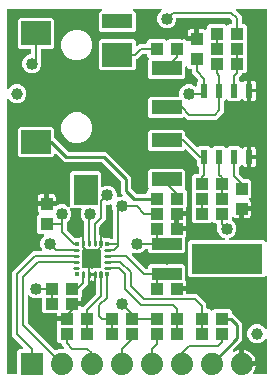
<source format=gbr>
G04 EAGLE Gerber RS-274X export*
G75*
%MOMM*%
%FSLAX34Y34*%
%LPD*%
%INTop Copper*%
%IPPOS*%
%AMOC8*
5,1,8,0,0,1.08239X$1,22.5*%
G01*
%ADD10C,0.266000*%
%ADD11R,0.340000X0.340000*%
%ADD12C,0.160000*%
%ADD13R,2.500000X1.000000*%
%ADD14R,6.000000X2.500000*%
%ADD15R,1.100000X1.000000*%
%ADD16R,1.000000X1.100000*%
%ADD17R,0.600000X1.200000*%
%ADD18R,2.500000X1.200000*%
%ADD19R,1.879600X1.879600*%
%ADD20C,1.879600*%
%ADD21C,1.000000*%
%ADD22R,2.500000X2.000000*%
%ADD23R,2.000000X2.500000*%
%ADD24C,0.203200*%
%ADD25C,1.016000*%
%ADD26C,0.254000*%

G36*
X11996Y4073D02*
X11996Y4073D01*
X12054Y4071D01*
X12136Y4093D01*
X12220Y4105D01*
X12273Y4128D01*
X12329Y4143D01*
X12402Y4186D01*
X12479Y4221D01*
X12524Y4259D01*
X12574Y4288D01*
X12632Y4350D01*
X12696Y4404D01*
X12728Y4453D01*
X12768Y4496D01*
X12807Y4571D01*
X12854Y4641D01*
X12871Y4697D01*
X12898Y4749D01*
X12909Y4817D01*
X12939Y4912D01*
X12942Y5012D01*
X12953Y5080D01*
X12953Y23361D01*
X14739Y25147D01*
X17454Y25147D01*
X17483Y25151D01*
X17512Y25148D01*
X17623Y25171D01*
X17735Y25187D01*
X17762Y25199D01*
X17791Y25204D01*
X17891Y25256D01*
X17995Y25303D01*
X18017Y25322D01*
X18043Y25335D01*
X18125Y25413D01*
X18212Y25486D01*
X18228Y25511D01*
X18249Y25531D01*
X18307Y25629D01*
X18369Y25723D01*
X18378Y25751D01*
X18393Y25776D01*
X18421Y25886D01*
X18455Y25994D01*
X18456Y26024D01*
X18463Y26052D01*
X18460Y26165D01*
X18462Y26278D01*
X18455Y26307D01*
X18454Y26336D01*
X18419Y26444D01*
X18391Y26553D01*
X18376Y26579D01*
X18367Y26607D01*
X18321Y26670D01*
X18245Y26798D01*
X18200Y26841D01*
X18172Y26880D01*
X11314Y33738D01*
X8635Y36416D01*
X8635Y90584D01*
X26216Y108165D01*
X32863Y108165D01*
X32977Y108181D01*
X33092Y108191D01*
X33117Y108201D01*
X33145Y108205D01*
X33250Y108252D01*
X33357Y108293D01*
X33379Y108309D01*
X33404Y108321D01*
X33492Y108395D01*
X33584Y108464D01*
X33600Y108487D01*
X33621Y108504D01*
X33685Y108600D01*
X33754Y108692D01*
X33764Y108718D01*
X33779Y108741D01*
X33814Y108851D01*
X33854Y108958D01*
X33856Y108986D01*
X33865Y109012D01*
X33868Y109127D01*
X33877Y109241D01*
X33871Y109266D01*
X33872Y109296D01*
X33805Y109553D01*
X33801Y109569D01*
X32511Y112683D01*
X32511Y115917D01*
X33749Y118905D01*
X35762Y120918D01*
X35780Y120942D01*
X35802Y120961D01*
X35865Y121055D01*
X35933Y121145D01*
X35944Y121173D01*
X35960Y121197D01*
X35994Y121305D01*
X36034Y121411D01*
X36037Y121440D01*
X36046Y121468D01*
X36049Y121582D01*
X36058Y121694D01*
X36052Y121723D01*
X36053Y121752D01*
X36024Y121862D01*
X36002Y121973D01*
X35989Y121999D01*
X35981Y122027D01*
X35923Y122125D01*
X35871Y122225D01*
X35851Y122247D01*
X35836Y122272D01*
X35753Y122349D01*
X35675Y122431D01*
X35650Y122446D01*
X35629Y122466D01*
X35528Y122518D01*
X35430Y122575D01*
X35402Y122582D01*
X35376Y122596D01*
X35298Y122609D01*
X35155Y122645D01*
X35092Y122643D01*
X35044Y122651D01*
X31837Y122651D01*
X30051Y124437D01*
X30051Y137963D01*
X31430Y139341D01*
X31465Y139388D01*
X31507Y139428D01*
X31550Y139501D01*
X31601Y139568D01*
X31622Y139623D01*
X31651Y139674D01*
X31672Y139755D01*
X31702Y139834D01*
X31707Y139893D01*
X31721Y139949D01*
X31718Y140033D01*
X31725Y140117D01*
X31714Y140175D01*
X31712Y140233D01*
X31686Y140313D01*
X31670Y140396D01*
X31643Y140448D01*
X31625Y140504D01*
X31585Y140560D01*
X31539Y140649D01*
X31470Y140721D01*
X31460Y140735D01*
X31454Y140744D01*
X31451Y140747D01*
X31430Y140777D01*
X31067Y141140D01*
X30732Y141719D01*
X30559Y142366D01*
X30559Y146169D01*
X37084Y146169D01*
X37142Y146177D01*
X37200Y146175D01*
X37282Y146197D01*
X37365Y146209D01*
X37419Y146233D01*
X37475Y146247D01*
X37548Y146290D01*
X37625Y146325D01*
X37669Y146363D01*
X37720Y146393D01*
X37777Y146454D01*
X37842Y146509D01*
X37874Y146557D01*
X37914Y146600D01*
X37953Y146675D01*
X37999Y146745D01*
X38017Y146801D01*
X38044Y146853D01*
X38055Y146921D01*
X38085Y147016D01*
X38088Y147116D01*
X38099Y147184D01*
X38099Y148201D01*
X38101Y148201D01*
X38101Y147184D01*
X38108Y147131D01*
X38108Y147099D01*
X38108Y147096D01*
X38108Y147068D01*
X38129Y146986D01*
X38141Y146903D01*
X38165Y146849D01*
X38179Y146793D01*
X38222Y146720D01*
X38257Y146643D01*
X38295Y146598D01*
X38325Y146548D01*
X38386Y146490D01*
X38441Y146426D01*
X38489Y146394D01*
X38532Y146354D01*
X38607Y146315D01*
X38677Y146269D01*
X38733Y146251D01*
X38785Y146224D01*
X38853Y146213D01*
X38948Y146183D01*
X39048Y146180D01*
X39116Y146169D01*
X45352Y146169D01*
X45439Y146181D01*
X45527Y146184D01*
X45579Y146201D01*
X45634Y146209D01*
X45714Y146244D01*
X45797Y146271D01*
X45836Y146299D01*
X45893Y146325D01*
X46007Y146421D01*
X46070Y146466D01*
X46195Y146591D01*
X49183Y147829D01*
X52417Y147829D01*
X55405Y146591D01*
X56218Y145778D01*
X56242Y145760D01*
X56261Y145738D01*
X56355Y145675D01*
X56445Y145607D01*
X56473Y145596D01*
X56497Y145580D01*
X56605Y145546D01*
X56711Y145506D01*
X56740Y145503D01*
X56768Y145494D01*
X56882Y145491D01*
X56994Y145482D01*
X57023Y145488D01*
X57052Y145487D01*
X57162Y145516D01*
X57273Y145538D01*
X57299Y145551D01*
X57327Y145559D01*
X57425Y145616D01*
X57525Y145669D01*
X57547Y145689D01*
X57572Y145704D01*
X57649Y145787D01*
X57731Y145865D01*
X57746Y145890D01*
X57766Y145911D01*
X57818Y146012D01*
X57875Y146110D01*
X57882Y146138D01*
X57896Y146164D01*
X57909Y146242D01*
X57945Y146385D01*
X57943Y146448D01*
X57951Y146496D01*
X57951Y173763D01*
X59737Y175549D01*
X82263Y175549D01*
X84049Y173763D01*
X84049Y163341D01*
X84065Y163227D01*
X84075Y163113D01*
X84085Y163087D01*
X84089Y163059D01*
X84136Y162954D01*
X84177Y162847D01*
X84193Y162825D01*
X84205Y162800D01*
X84279Y162712D01*
X84348Y162621D01*
X84371Y162604D01*
X84388Y162583D01*
X84484Y162519D01*
X84576Y162450D01*
X84602Y162441D01*
X84625Y162425D01*
X84735Y162391D01*
X84842Y162350D01*
X84870Y162348D01*
X84896Y162339D01*
X85011Y162337D01*
X85125Y162327D01*
X85150Y162333D01*
X85180Y162332D01*
X85437Y162399D01*
X85453Y162403D01*
X87613Y163298D01*
X90847Y163298D01*
X93835Y162060D01*
X96121Y159774D01*
X97359Y156786D01*
X97359Y154611D01*
X97375Y154497D01*
X97385Y154383D01*
X97395Y154357D01*
X97399Y154330D01*
X97446Y154225D01*
X97487Y154118D01*
X97503Y154096D01*
X97515Y154070D01*
X97589Y153983D01*
X97658Y153891D01*
X97681Y153874D01*
X97698Y153853D01*
X97794Y153790D01*
X97886Y153721D01*
X97912Y153711D01*
X97935Y153696D01*
X98045Y153661D01*
X98152Y153620D01*
X98180Y153618D01*
X98206Y153610D01*
X98321Y153607D01*
X98435Y153598D01*
X98460Y153603D01*
X98490Y153603D01*
X98747Y153670D01*
X98763Y153673D01*
X99983Y154179D01*
X101423Y154179D01*
X101452Y154183D01*
X101481Y154180D01*
X101592Y154203D01*
X101704Y154219D01*
X101731Y154231D01*
X101760Y154236D01*
X101860Y154289D01*
X101964Y154335D01*
X101986Y154354D01*
X102012Y154367D01*
X102094Y154445D01*
X102181Y154518D01*
X102197Y154543D01*
X102218Y154563D01*
X102275Y154661D01*
X102338Y154755D01*
X102347Y154783D01*
X102362Y154808D01*
X102390Y154918D01*
X102424Y155026D01*
X102425Y155056D01*
X102432Y155084D01*
X102428Y155197D01*
X102431Y155310D01*
X102424Y155339D01*
X102423Y155368D01*
X102388Y155476D01*
X102359Y155585D01*
X102344Y155611D01*
X102335Y155639D01*
X102290Y155703D01*
X102214Y155830D01*
X102169Y155873D01*
X102141Y155912D01*
X101091Y156961D01*
X101091Y166701D01*
X101079Y166787D01*
X101076Y166875D01*
X101059Y166927D01*
X101051Y166982D01*
X101016Y167062D01*
X100989Y167145D01*
X100961Y167184D01*
X100935Y167241D01*
X100839Y167355D01*
X100794Y167418D01*
X84868Y183344D01*
X84799Y183396D01*
X84735Y183456D01*
X84685Y183482D01*
X84641Y183515D01*
X84560Y183546D01*
X84482Y183586D01*
X84434Y183594D01*
X84376Y183616D01*
X84228Y183628D01*
X84151Y183641D01*
X52821Y183641D01*
X49994Y186468D01*
X46282Y190181D01*
X46258Y190198D01*
X46239Y190221D01*
X46145Y190283D01*
X46055Y190351D01*
X46027Y190362D01*
X46003Y190378D01*
X45895Y190412D01*
X45789Y190453D01*
X45760Y190455D01*
X45732Y190464D01*
X45618Y190467D01*
X45506Y190476D01*
X45477Y190470D01*
X45448Y190471D01*
X45338Y190443D01*
X45227Y190420D01*
X45201Y190407D01*
X45173Y190399D01*
X45075Y190342D01*
X44975Y190289D01*
X44953Y190269D01*
X44928Y190254D01*
X44851Y190172D01*
X44769Y190094D01*
X44754Y190068D01*
X44734Y190047D01*
X44682Y189946D01*
X44625Y189848D01*
X44618Y189820D01*
X44604Y189794D01*
X44591Y189716D01*
X44555Y189573D01*
X44557Y189510D01*
X44549Y189463D01*
X44549Y189237D01*
X42763Y187451D01*
X15237Y187451D01*
X13451Y189237D01*
X13451Y211763D01*
X15237Y213549D01*
X42763Y213549D01*
X44549Y211763D01*
X44549Y204549D01*
X44561Y204463D01*
X44564Y204375D01*
X44581Y204323D01*
X44589Y204268D01*
X44624Y204188D01*
X44651Y204105D01*
X44679Y204066D01*
X44705Y204008D01*
X44801Y203895D01*
X44846Y203831D01*
X46686Y201992D01*
X56101Y192576D01*
X56171Y192524D01*
X56235Y192464D01*
X56284Y192438D01*
X56329Y192405D01*
X56410Y192374D01*
X56488Y192334D01*
X56536Y192326D01*
X56594Y192304D01*
X56742Y192292D01*
X56819Y192279D01*
X88149Y192279D01*
X109729Y170699D01*
X109729Y160959D01*
X109741Y160873D01*
X109744Y160785D01*
X109761Y160733D01*
X109769Y160678D01*
X109804Y160598D01*
X109831Y160515D01*
X109859Y160476D01*
X109885Y160419D01*
X109981Y160305D01*
X110026Y160242D01*
X113252Y157016D01*
X113321Y156964D01*
X113385Y156904D01*
X113435Y156878D01*
X113479Y156845D01*
X113560Y156814D01*
X113638Y156774D01*
X113686Y156766D01*
X113744Y156744D01*
X113892Y156732D01*
X113969Y156719D01*
X121636Y156719D01*
X121694Y156727D01*
X121752Y156725D01*
X121834Y156747D01*
X121918Y156759D01*
X121971Y156782D01*
X122027Y156797D01*
X122100Y156840D01*
X122177Y156875D01*
X122222Y156913D01*
X122272Y156942D01*
X122330Y157004D01*
X122394Y157058D01*
X122426Y157107D01*
X122466Y157150D01*
X122505Y157225D01*
X122552Y157295D01*
X122569Y157351D01*
X122596Y157403D01*
X122607Y157471D01*
X122637Y157566D01*
X122640Y157666D01*
X122651Y157734D01*
X122651Y158663D01*
X124181Y160192D01*
X124216Y160239D01*
X124258Y160279D01*
X124301Y160352D01*
X124351Y160419D01*
X124372Y160474D01*
X124402Y160524D01*
X124423Y160606D01*
X124453Y160685D01*
X124458Y160743D01*
X124472Y160800D01*
X124469Y160884D01*
X124476Y160968D01*
X124465Y161026D01*
X124463Y161084D01*
X124437Y161164D01*
X124420Y161247D01*
X124393Y161299D01*
X124375Y161355D01*
X124335Y161411D01*
X124289Y161499D01*
X124221Y161572D01*
X124181Y161628D01*
X124151Y161657D01*
X124151Y176183D01*
X125937Y177969D01*
X153463Y177969D01*
X155249Y176183D01*
X155249Y161657D01*
X155219Y161628D01*
X155184Y161581D01*
X155142Y161541D01*
X155099Y161468D01*
X155049Y161401D01*
X155028Y161346D01*
X154998Y161296D01*
X154977Y161214D01*
X154947Y161135D01*
X154942Y161077D01*
X154928Y161020D01*
X154931Y160936D01*
X154924Y160852D01*
X154935Y160794D01*
X154937Y160736D01*
X154963Y160656D01*
X154980Y160573D01*
X155007Y160521D01*
X155025Y160465D01*
X155065Y160409D01*
X155111Y160321D01*
X155179Y160248D01*
X155219Y160192D01*
X156749Y158663D01*
X156749Y146137D01*
X156530Y145918D01*
X156483Y145856D01*
X156428Y145800D01*
X156398Y145743D01*
X156359Y145691D01*
X156331Y145618D01*
X156294Y145549D01*
X156281Y145486D01*
X156257Y145425D01*
X156252Y145357D01*
X156250Y145352D01*
X156250Y145344D01*
X156235Y145271D01*
X156240Y145216D01*
X156234Y145142D01*
X156241Y145107D01*
X156241Y141731D01*
X149216Y141731D01*
X149158Y141723D01*
X149100Y141724D01*
X149018Y141703D01*
X148935Y141691D01*
X148881Y141667D01*
X148825Y141653D01*
X148752Y141610D01*
X148675Y141575D01*
X148631Y141537D01*
X148580Y141507D01*
X148523Y141446D01*
X148458Y141391D01*
X148426Y141343D01*
X148386Y141300D01*
X148347Y141225D01*
X148301Y141155D01*
X148283Y141099D01*
X148256Y141047D01*
X148245Y140979D01*
X148215Y140884D01*
X148212Y140784D01*
X148201Y140716D01*
X148201Y139699D01*
X147184Y139699D01*
X147126Y139691D01*
X147068Y139692D01*
X146986Y139671D01*
X146903Y139659D01*
X146849Y139635D01*
X146793Y139621D01*
X146720Y139578D01*
X146643Y139543D01*
X146598Y139505D01*
X146548Y139475D01*
X146490Y139414D01*
X146426Y139359D01*
X146394Y139311D01*
X146354Y139268D01*
X146315Y139193D01*
X146269Y139123D01*
X146251Y139067D01*
X146224Y139015D01*
X146213Y138947D01*
X146183Y138852D01*
X146180Y138752D01*
X146169Y138684D01*
X146169Y128016D01*
X146177Y127958D01*
X146175Y127900D01*
X146197Y127818D01*
X146209Y127735D01*
X146233Y127681D01*
X146247Y127625D01*
X146290Y127552D01*
X146325Y127475D01*
X146363Y127431D01*
X146393Y127380D01*
X146454Y127323D01*
X146509Y127258D01*
X146557Y127226D01*
X146600Y127186D01*
X146675Y127147D01*
X146745Y127101D01*
X146801Y127083D01*
X146853Y127056D01*
X146921Y127045D01*
X147016Y127015D01*
X147116Y127012D01*
X147184Y127001D01*
X148201Y127001D01*
X148201Y125984D01*
X148209Y125926D01*
X148208Y125868D01*
X148229Y125786D01*
X148241Y125703D01*
X148265Y125649D01*
X148279Y125593D01*
X148322Y125520D01*
X148357Y125443D01*
X148395Y125398D01*
X148425Y125348D01*
X148486Y125290D01*
X148541Y125226D01*
X148589Y125194D01*
X148632Y125154D01*
X148707Y125115D01*
X148777Y125069D01*
X148833Y125051D01*
X148885Y125024D01*
X148953Y125013D01*
X149048Y124983D01*
X149148Y124980D01*
X149216Y124969D01*
X156241Y124969D01*
X156241Y121666D01*
X156068Y121019D01*
X155733Y120440D01*
X155546Y120253D01*
X155494Y120183D01*
X155434Y120119D01*
X155408Y120070D01*
X155375Y120026D01*
X155344Y119944D01*
X155304Y119866D01*
X155296Y119819D01*
X155274Y119760D01*
X155262Y119612D01*
X155249Y119535D01*
X155249Y108037D01*
X153463Y106251D01*
X125937Y106251D01*
X124151Y108037D01*
X124151Y109220D01*
X124143Y109278D01*
X124145Y109336D01*
X124123Y109418D01*
X124111Y109502D01*
X124088Y109555D01*
X124073Y109611D01*
X124030Y109684D01*
X123995Y109761D01*
X123957Y109806D01*
X123928Y109856D01*
X123866Y109914D01*
X123812Y109978D01*
X123763Y110010D01*
X123720Y110050D01*
X123645Y110089D01*
X123575Y110136D01*
X123519Y110153D01*
X123467Y110180D01*
X123399Y110191D01*
X123304Y110221D01*
X123204Y110224D01*
X123136Y110235D01*
X122093Y110235D01*
X122092Y110235D01*
X122090Y110235D01*
X121951Y110215D01*
X121812Y110195D01*
X121810Y110195D01*
X121809Y110195D01*
X121682Y110137D01*
X121552Y110079D01*
X121551Y110078D01*
X121550Y110077D01*
X121441Y109985D01*
X121335Y109896D01*
X121334Y109894D01*
X121333Y109893D01*
X121325Y109880D01*
X121223Y109728D01*
X118905Y107409D01*
X115917Y106171D01*
X112683Y106171D01*
X111328Y106733D01*
X111245Y106754D01*
X111165Y106785D01*
X111108Y106789D01*
X111053Y106803D01*
X110967Y106801D01*
X110881Y106808D01*
X110826Y106797D01*
X110769Y106795D01*
X110687Y106769D01*
X110603Y106752D01*
X110552Y106726D01*
X110498Y106709D01*
X110427Y106661D01*
X110350Y106621D01*
X110309Y106582D01*
X110262Y106550D01*
X110207Y106485D01*
X110144Y106425D01*
X110115Y106376D01*
X110079Y106333D01*
X110044Y106254D01*
X110000Y106180D01*
X109986Y106125D01*
X109963Y106073D01*
X109952Y105988D01*
X109930Y105905D01*
X109932Y105848D01*
X109924Y105791D01*
X109937Y105706D01*
X109939Y105621D01*
X109957Y105566D01*
X109965Y105510D01*
X110000Y105432D01*
X110027Y105350D01*
X110056Y105310D01*
X110082Y105251D01*
X110176Y105140D01*
X110222Y105077D01*
X122036Y93262D01*
X122106Y93210D01*
X122170Y93150D01*
X122219Y93124D01*
X122264Y93091D01*
X122345Y93060D01*
X122423Y93020D01*
X122471Y93012D01*
X122529Y92990D01*
X122677Y92978D01*
X122754Y92965D01*
X123136Y92965D01*
X123194Y92973D01*
X123252Y92971D01*
X123334Y92993D01*
X123418Y93005D01*
X123471Y93028D01*
X123527Y93043D01*
X123600Y93086D01*
X123677Y93121D01*
X123722Y93159D01*
X123772Y93188D01*
X123830Y93250D01*
X123894Y93304D01*
X123926Y93353D01*
X123966Y93396D01*
X124005Y93471D01*
X124052Y93541D01*
X124069Y93597D01*
X124096Y93649D01*
X124107Y93717D01*
X124137Y93812D01*
X124140Y93912D01*
X124151Y93980D01*
X124151Y95163D01*
X125937Y96949D01*
X153463Y96949D01*
X155249Y95163D01*
X155249Y83665D01*
X155261Y83578D01*
X155264Y83491D01*
X155281Y83438D01*
X155289Y83383D01*
X155324Y83304D01*
X155351Y83220D01*
X155379Y83181D01*
X155405Y83124D01*
X155501Y83011D01*
X155546Y82947D01*
X155733Y82760D01*
X156068Y82181D01*
X156241Y81534D01*
X156241Y78231D01*
X149216Y78231D01*
X149158Y78223D01*
X149100Y78224D01*
X149018Y78203D01*
X148935Y78191D01*
X148881Y78167D01*
X148825Y78153D01*
X148752Y78110D01*
X148675Y78075D01*
X148631Y78037D01*
X148580Y78007D01*
X148523Y77946D01*
X148458Y77891D01*
X148426Y77843D01*
X148386Y77800D01*
X148347Y77725D01*
X148301Y77655D01*
X148283Y77599D01*
X148256Y77547D01*
X148245Y77479D01*
X148215Y77384D01*
X148212Y77284D01*
X148201Y77216D01*
X148201Y75184D01*
X148209Y75126D01*
X148208Y75068D01*
X148229Y74986D01*
X148241Y74903D01*
X148265Y74849D01*
X148279Y74793D01*
X148322Y74720D01*
X148357Y74643D01*
X148395Y74598D01*
X148425Y74548D01*
X148486Y74490D01*
X148541Y74426D01*
X148589Y74394D01*
X148632Y74354D01*
X148707Y74315D01*
X148777Y74269D01*
X148833Y74251D01*
X148885Y74224D01*
X148953Y74213D01*
X149048Y74183D01*
X149148Y74180D01*
X149216Y74169D01*
X156241Y74169D01*
X156241Y72390D01*
X156249Y72332D01*
X156247Y72274D01*
X156269Y72192D01*
X156281Y72108D01*
X156304Y72055D01*
X156319Y71999D01*
X156362Y71926D01*
X156397Y71849D01*
X156435Y71804D01*
X156464Y71754D01*
X156526Y71696D01*
X156580Y71632D01*
X156629Y71600D01*
X156672Y71560D01*
X156747Y71521D01*
X156817Y71474D01*
X156873Y71457D01*
X156925Y71430D01*
X156993Y71419D01*
X157088Y71389D01*
X157188Y71386D01*
X157256Y71375D01*
X165514Y71375D01*
X173365Y63524D01*
X173365Y59864D01*
X173372Y59812D01*
X173371Y59787D01*
X173372Y59784D01*
X173371Y59748D01*
X173393Y59666D01*
X173405Y59582D01*
X173428Y59529D01*
X173443Y59473D01*
X173486Y59400D01*
X173521Y59323D01*
X173559Y59278D01*
X173588Y59228D01*
X173650Y59170D01*
X173704Y59106D01*
X173753Y59074D01*
X173796Y59034D01*
X173871Y58995D01*
X173941Y58948D01*
X173997Y58931D01*
X174049Y58904D01*
X174117Y58893D01*
X174212Y58863D01*
X174312Y58860D01*
X174380Y58849D01*
X176063Y58849D01*
X177082Y57829D01*
X177129Y57794D01*
X177169Y57752D01*
X177242Y57709D01*
X177309Y57659D01*
X177364Y57638D01*
X177414Y57608D01*
X177496Y57587D01*
X177575Y57557D01*
X177633Y57552D01*
X177690Y57538D01*
X177774Y57541D01*
X177858Y57534D01*
X177916Y57545D01*
X177974Y57547D01*
X178054Y57573D01*
X178137Y57590D01*
X178189Y57617D01*
X178245Y57635D01*
X178301Y57675D01*
X178389Y57721D01*
X178462Y57789D01*
X178518Y57829D01*
X179537Y58849D01*
X193063Y58849D01*
X194849Y57063D01*
X194849Y56134D01*
X194857Y56076D01*
X194855Y56018D01*
X194877Y55936D01*
X194889Y55852D01*
X194912Y55799D01*
X194927Y55743D01*
X194970Y55670D01*
X195005Y55593D01*
X195043Y55548D01*
X195072Y55498D01*
X195134Y55440D01*
X195188Y55376D01*
X195237Y55344D01*
X195280Y55304D01*
X195355Y55265D01*
X195425Y55218D01*
X195481Y55201D01*
X195533Y55174D01*
X195601Y55163D01*
X195696Y55133D01*
X195796Y55130D01*
X195864Y55119D01*
X196099Y55119D01*
X203709Y47509D01*
X203709Y32501D01*
X195717Y24510D01*
X195642Y24409D01*
X195563Y24312D01*
X195556Y24296D01*
X195546Y24282D01*
X195502Y24165D01*
X195453Y24049D01*
X195451Y24033D01*
X195445Y24017D01*
X195435Y23891D01*
X195420Y23767D01*
X195423Y23750D01*
X195421Y23733D01*
X195446Y23610D01*
X195467Y23487D01*
X195474Y23471D01*
X195477Y23455D01*
X195535Y23343D01*
X195589Y23230D01*
X195601Y23217D01*
X195608Y23202D01*
X195695Y23111D01*
X195778Y23018D01*
X195792Y23009D01*
X195804Y22996D01*
X195913Y22933D01*
X196018Y22866D01*
X196035Y22861D01*
X196049Y22853D01*
X196170Y22822D01*
X196291Y22787D01*
X196309Y22787D01*
X196325Y22782D01*
X196450Y22786D01*
X196576Y22786D01*
X196590Y22791D01*
X196609Y22791D01*
X196880Y22879D01*
X196887Y22884D01*
X196896Y22887D01*
X198617Y23764D01*
X200404Y24345D01*
X201169Y24466D01*
X201169Y13716D01*
X201177Y13658D01*
X201175Y13600D01*
X201197Y13518D01*
X201209Y13435D01*
X201233Y13381D01*
X201247Y13325D01*
X201290Y13252D01*
X201325Y13175D01*
X201363Y13131D01*
X201393Y13080D01*
X201454Y13023D01*
X201509Y12958D01*
X201557Y12926D01*
X201600Y12886D01*
X201675Y12847D01*
X201745Y12801D01*
X201801Y12783D01*
X201853Y12756D01*
X201921Y12745D01*
X202016Y12715D01*
X202116Y12712D01*
X202184Y12701D01*
X203201Y12701D01*
X203201Y11684D01*
X203209Y11626D01*
X203208Y11568D01*
X203229Y11486D01*
X203241Y11403D01*
X203265Y11349D01*
X203279Y11293D01*
X203322Y11220D01*
X203357Y11143D01*
X203395Y11098D01*
X203425Y11048D01*
X203486Y10990D01*
X203541Y10926D01*
X203589Y10894D01*
X203632Y10854D01*
X203707Y10815D01*
X203777Y10769D01*
X203833Y10751D01*
X203885Y10724D01*
X203953Y10713D01*
X204048Y10683D01*
X204148Y10680D01*
X204216Y10669D01*
X214966Y10669D01*
X214845Y9904D01*
X214264Y8117D01*
X213411Y6443D01*
X212854Y5677D01*
X212811Y5595D01*
X212760Y5519D01*
X212745Y5470D01*
X212721Y5426D01*
X212702Y5336D01*
X212674Y5248D01*
X212673Y5197D01*
X212663Y5147D01*
X212669Y5056D01*
X212667Y4964D01*
X212680Y4915D01*
X212684Y4864D01*
X212716Y4777D01*
X212739Y4689D01*
X212765Y4645D01*
X212783Y4597D01*
X212837Y4523D01*
X212884Y4444D01*
X212921Y4409D01*
X212951Y4369D01*
X213024Y4313D01*
X213092Y4250D01*
X213137Y4227D01*
X213177Y4196D01*
X213263Y4162D01*
X213345Y4120D01*
X213389Y4113D01*
X213442Y4092D01*
X213600Y4077D01*
X213676Y4065D01*
X223520Y4065D01*
X223578Y4073D01*
X223636Y4071D01*
X223718Y4093D01*
X223802Y4105D01*
X223855Y4128D01*
X223911Y4143D01*
X223984Y4186D01*
X224061Y4221D01*
X224106Y4259D01*
X224156Y4288D01*
X224214Y4350D01*
X224278Y4404D01*
X224310Y4453D01*
X224350Y4496D01*
X224389Y4571D01*
X224436Y4641D01*
X224453Y4697D01*
X224480Y4749D01*
X224491Y4817D01*
X224521Y4912D01*
X224524Y5012D01*
X224535Y5080D01*
X224535Y32902D01*
X224531Y32931D01*
X224534Y32960D01*
X224511Y33071D01*
X224495Y33183D01*
X224483Y33210D01*
X224478Y33239D01*
X224426Y33339D01*
X224379Y33443D01*
X224360Y33465D01*
X224347Y33491D01*
X224269Y33573D01*
X224196Y33660D01*
X224171Y33676D01*
X224151Y33697D01*
X224053Y33754D01*
X223959Y33817D01*
X223931Y33826D01*
X223906Y33841D01*
X223796Y33869D01*
X223688Y33903D01*
X223658Y33904D01*
X223630Y33911D01*
X223517Y33907D01*
X223404Y33910D01*
X223375Y33903D01*
X223346Y33902D01*
X223238Y33867D01*
X223129Y33838D01*
X223103Y33823D01*
X223075Y33814D01*
X223012Y33769D01*
X222884Y33693D01*
X222841Y33648D01*
X222802Y33620D01*
X220459Y31277D01*
X217501Y30051D01*
X214299Y30051D01*
X211341Y31277D01*
X209077Y33541D01*
X207851Y36499D01*
X207851Y39701D01*
X209077Y42659D01*
X211341Y44923D01*
X214299Y46149D01*
X217501Y46149D01*
X220459Y44923D01*
X222802Y42580D01*
X222826Y42563D01*
X222845Y42540D01*
X222939Y42478D01*
X223029Y42410D01*
X223057Y42399D01*
X223081Y42383D01*
X223189Y42349D01*
X223295Y42308D01*
X223324Y42306D01*
X223352Y42297D01*
X223466Y42294D01*
X223578Y42285D01*
X223607Y42291D01*
X223636Y42290D01*
X223746Y42318D01*
X223857Y42341D01*
X223883Y42354D01*
X223911Y42362D01*
X224009Y42419D01*
X224109Y42472D01*
X224131Y42492D01*
X224156Y42507D01*
X224233Y42589D01*
X224315Y42667D01*
X224330Y42693D01*
X224350Y42714D01*
X224402Y42815D01*
X224459Y42913D01*
X224466Y42941D01*
X224480Y42967D01*
X224493Y43045D01*
X224529Y43188D01*
X224527Y43251D01*
X224535Y43298D01*
X224535Y86373D01*
X224531Y86402D01*
X224534Y86431D01*
X224511Y86542D01*
X224495Y86654D01*
X224483Y86681D01*
X224478Y86710D01*
X224425Y86810D01*
X224379Y86914D01*
X224360Y86936D01*
X224347Y86962D01*
X224269Y87044D01*
X224196Y87131D01*
X224171Y87147D01*
X224151Y87168D01*
X224053Y87225D01*
X223959Y87288D01*
X223931Y87297D01*
X223906Y87312D01*
X223796Y87340D01*
X223688Y87374D01*
X223658Y87375D01*
X223630Y87382D01*
X223517Y87378D01*
X223404Y87381D01*
X223375Y87374D01*
X223346Y87373D01*
X223238Y87338D01*
X223129Y87309D01*
X223103Y87295D01*
X223075Y87285D01*
X223011Y87240D01*
X222884Y87164D01*
X222841Y87119D01*
X222802Y87091D01*
X221763Y86051D01*
X159237Y86051D01*
X157451Y87837D01*
X157451Y115363D01*
X159237Y117149D01*
X187938Y117149D01*
X188023Y117161D01*
X188109Y117163D01*
X188163Y117181D01*
X188219Y117189D01*
X188298Y117224D01*
X188379Y117250D01*
X188427Y117282D01*
X188479Y117305D01*
X188544Y117360D01*
X188616Y117408D01*
X188652Y117452D01*
X188696Y117488D01*
X188743Y117560D01*
X188799Y117626D01*
X188822Y117678D01*
X188853Y117725D01*
X188879Y117807D01*
X188914Y117886D01*
X188922Y117942D01*
X188939Y117996D01*
X188941Y118082D01*
X188953Y118167D01*
X188945Y118223D01*
X188946Y118280D01*
X188925Y118363D01*
X188912Y118448D01*
X188889Y118500D01*
X188874Y118555D01*
X188831Y118629D01*
X188795Y118708D01*
X188758Y118751D01*
X188729Y118800D01*
X188667Y118859D01*
X188611Y118924D01*
X188569Y118950D01*
X188522Y118994D01*
X188393Y119060D01*
X188326Y119102D01*
X185895Y120109D01*
X183609Y122395D01*
X182371Y125383D01*
X182371Y128670D01*
X182406Y128805D01*
X182406Y128807D01*
X182407Y128809D01*
X182402Y128947D01*
X182398Y129089D01*
X182398Y129091D01*
X182398Y129093D01*
X182354Y129228D01*
X182312Y129360D01*
X182311Y129361D01*
X182310Y129363D01*
X182300Y129377D01*
X182235Y129474D01*
X182235Y130636D01*
X182227Y130694D01*
X182229Y130752D01*
X182207Y130834D01*
X182195Y130918D01*
X182172Y130971D01*
X182157Y131027D01*
X182114Y131100D01*
X182079Y131177D01*
X182041Y131222D01*
X182012Y131272D01*
X181950Y131330D01*
X181896Y131394D01*
X181847Y131426D01*
X181804Y131466D01*
X181729Y131505D01*
X181659Y131552D01*
X181603Y131569D01*
X181551Y131596D01*
X181483Y131607D01*
X181388Y131637D01*
X181288Y131640D01*
X181220Y131651D01*
X179537Y131651D01*
X178518Y132671D01*
X178471Y132706D01*
X178431Y132748D01*
X178358Y132791D01*
X178291Y132841D01*
X178236Y132862D01*
X178186Y132892D01*
X178104Y132913D01*
X178025Y132943D01*
X177967Y132948D01*
X177910Y132962D01*
X177826Y132959D01*
X177742Y132966D01*
X177684Y132955D01*
X177626Y132953D01*
X177546Y132927D01*
X177463Y132910D01*
X177411Y132883D01*
X177355Y132865D01*
X177299Y132825D01*
X177211Y132779D01*
X177138Y132711D01*
X177082Y132671D01*
X176063Y131651D01*
X162537Y131651D01*
X160751Y133437D01*
X160751Y171363D01*
X162537Y173149D01*
X165710Y173149D01*
X165796Y173161D01*
X165884Y173164D01*
X165936Y173181D01*
X165991Y173189D01*
X166071Y173224D01*
X166154Y173251D01*
X166194Y173279D01*
X166251Y173305D01*
X166364Y173401D01*
X166428Y173446D01*
X167088Y174106D01*
X167140Y174176D01*
X167200Y174240D01*
X167226Y174289D01*
X167259Y174334D01*
X167290Y174415D01*
X167330Y174493D01*
X167338Y174541D01*
X167360Y174599D01*
X167372Y174747D01*
X167385Y174824D01*
X167385Y178233D01*
X167373Y178319D01*
X167370Y178407D01*
X167353Y178459D01*
X167345Y178514D01*
X167310Y178594D01*
X167283Y178677D01*
X167255Y178716D01*
X167229Y178774D01*
X167133Y178887D01*
X167088Y178951D01*
X165401Y180637D01*
X165401Y184030D01*
X165389Y184116D01*
X165386Y184204D01*
X165369Y184256D01*
X165361Y184311D01*
X165326Y184391D01*
X165299Y184474D01*
X165271Y184514D01*
X165245Y184571D01*
X165149Y184684D01*
X165104Y184748D01*
X160738Y189114D01*
X155939Y193912D01*
X155893Y193947D01*
X155852Y193990D01*
X155780Y194032D01*
X155712Y194083D01*
X155658Y194104D01*
X155607Y194133D01*
X155526Y194154D01*
X155447Y194184D01*
X155388Y194189D01*
X155332Y194204D01*
X155247Y194201D01*
X155163Y194208D01*
X155106Y194196D01*
X155048Y194194D01*
X154967Y194169D01*
X154885Y194152D01*
X154833Y194125D01*
X154777Y194107D01*
X154721Y194067D01*
X154632Y194021D01*
X154560Y193952D01*
X154504Y193912D01*
X153463Y192871D01*
X125937Y192871D01*
X124151Y194657D01*
X124151Y209183D01*
X125937Y210969D01*
X153463Y210969D01*
X155249Y209183D01*
X155249Y206520D01*
X155261Y206434D01*
X155264Y206346D01*
X155281Y206294D01*
X155289Y206239D01*
X155324Y206159D01*
X155351Y206076D01*
X155379Y206036D01*
X155405Y205979D01*
X155501Y205866D01*
X155546Y205802D01*
X165076Y196273D01*
X165122Y196238D01*
X165163Y196195D01*
X165235Y196153D01*
X165303Y196102D01*
X165357Y196081D01*
X165408Y196052D01*
X165490Y196031D01*
X165568Y196001D01*
X165627Y195996D01*
X165683Y195981D01*
X165768Y195984D01*
X165852Y195977D01*
X165909Y195989D01*
X165967Y195991D01*
X166048Y196016D01*
X166130Y196033D01*
X166182Y196060D01*
X166238Y196078D01*
X166294Y196118D01*
X166383Y196164D01*
X166455Y196233D01*
X166511Y196273D01*
X167187Y196949D01*
X175713Y196949D01*
X177082Y195579D01*
X177129Y195544D01*
X177169Y195502D01*
X177242Y195459D01*
X177309Y195409D01*
X177364Y195388D01*
X177414Y195358D01*
X177496Y195337D01*
X177575Y195307D01*
X177633Y195302D01*
X177690Y195288D01*
X177774Y195291D01*
X177858Y195284D01*
X177916Y195295D01*
X177974Y195297D01*
X178054Y195323D01*
X178137Y195340D01*
X178189Y195367D01*
X178245Y195385D01*
X178301Y195425D01*
X178389Y195471D01*
X178462Y195539D01*
X178518Y195579D01*
X179887Y196949D01*
X188413Y196949D01*
X189782Y195579D01*
X189829Y195544D01*
X189869Y195502D01*
X189942Y195459D01*
X190009Y195409D01*
X190064Y195388D01*
X190114Y195358D01*
X190196Y195337D01*
X190275Y195307D01*
X190333Y195302D01*
X190390Y195288D01*
X190474Y195291D01*
X190558Y195284D01*
X190616Y195295D01*
X190674Y195297D01*
X190754Y195323D01*
X190837Y195340D01*
X190889Y195367D01*
X190945Y195385D01*
X191001Y195425D01*
X191089Y195471D01*
X191162Y195539D01*
X191218Y195579D01*
X192587Y196949D01*
X201113Y196949D01*
X202880Y195181D01*
X202919Y195152D01*
X202952Y195116D01*
X203032Y195067D01*
X203107Y195010D01*
X203153Y194993D01*
X203195Y194968D01*
X203285Y194943D01*
X203373Y194909D01*
X203422Y194905D01*
X203469Y194892D01*
X203563Y194893D01*
X203656Y194886D01*
X203704Y194895D01*
X203753Y194896D01*
X203843Y194923D01*
X203935Y194941D01*
X203978Y194964D01*
X204025Y194978D01*
X204104Y195029D01*
X204187Y195072D01*
X204223Y195106D01*
X204264Y195133D01*
X204311Y195190D01*
X204394Y195268D01*
X204437Y195343D01*
X204477Y195392D01*
X204517Y195460D01*
X204990Y195933D01*
X205569Y196268D01*
X206216Y196441D01*
X208051Y196441D01*
X208051Y188384D01*
X208059Y188326D01*
X208057Y188268D01*
X208079Y188186D01*
X208091Y188103D01*
X208114Y188049D01*
X208129Y187993D01*
X208172Y187920D01*
X208181Y187901D01*
X208150Y187855D01*
X208133Y187799D01*
X208106Y187747D01*
X208095Y187679D01*
X208065Y187584D01*
X208062Y187484D01*
X208051Y187416D01*
X208051Y179359D01*
X206216Y179359D01*
X205569Y179532D01*
X204990Y179867D01*
X204517Y180340D01*
X204477Y180408D01*
X204447Y180447D01*
X204425Y180490D01*
X204360Y180558D01*
X204302Y180632D01*
X204263Y180661D01*
X204229Y180696D01*
X204148Y180744D01*
X204072Y180799D01*
X204026Y180815D01*
X203984Y180840D01*
X203893Y180863D01*
X203804Y180895D01*
X203755Y180898D01*
X203708Y180910D01*
X203614Y180907D01*
X203520Y180913D01*
X203473Y180903D01*
X203424Y180901D01*
X203335Y180872D01*
X203243Y180852D01*
X203200Y180829D01*
X203154Y180814D01*
X203093Y180771D01*
X202993Y180716D01*
X202931Y180655D01*
X202880Y180619D01*
X201212Y178951D01*
X201160Y178881D01*
X201100Y178817D01*
X201074Y178767D01*
X201041Y178723D01*
X201010Y178642D01*
X200970Y178564D01*
X200962Y178516D01*
X200940Y178458D01*
X200928Y178310D01*
X200915Y178233D01*
X200915Y173554D01*
X200922Y173505D01*
X200921Y173495D01*
X200925Y173481D01*
X200927Y173468D01*
X200930Y173380D01*
X200947Y173328D01*
X200955Y173273D01*
X200990Y173193D01*
X201017Y173110D01*
X201045Y173070D01*
X201071Y173013D01*
X201167Y172900D01*
X201212Y172836D01*
X204302Y169746D01*
X204372Y169694D01*
X204436Y169634D01*
X204485Y169608D01*
X204530Y169575D01*
X204611Y169544D01*
X204689Y169504D01*
X204737Y169496D01*
X204795Y169474D01*
X204943Y169462D01*
X205020Y169449D01*
X209463Y169449D01*
X211249Y167663D01*
X211249Y154137D01*
X209870Y152759D01*
X209835Y152712D01*
X209793Y152672D01*
X209750Y152599D01*
X209699Y152532D01*
X209678Y152477D01*
X209649Y152426D01*
X209628Y152345D01*
X209598Y152266D01*
X209593Y152207D01*
X209579Y152151D01*
X209582Y152067D01*
X209575Y151983D01*
X209586Y151925D01*
X209588Y151867D01*
X209614Y151787D01*
X209630Y151704D01*
X209657Y151652D01*
X209675Y151596D01*
X209715Y151540D01*
X209761Y151451D01*
X209830Y151379D01*
X209870Y151323D01*
X210233Y150960D01*
X210568Y150381D01*
X210741Y149734D01*
X210741Y145931D01*
X204216Y145931D01*
X204158Y145923D01*
X204100Y145924D01*
X204018Y145903D01*
X203935Y145891D01*
X203881Y145867D01*
X203825Y145853D01*
X203752Y145810D01*
X203675Y145775D01*
X203631Y145737D01*
X203580Y145707D01*
X203523Y145646D01*
X203458Y145591D01*
X203426Y145543D01*
X203386Y145500D01*
X203347Y145425D01*
X203301Y145355D01*
X203283Y145299D01*
X203256Y145247D01*
X203245Y145179D01*
X203215Y145084D01*
X203212Y144984D01*
X203201Y144916D01*
X203201Y143899D01*
X202184Y143899D01*
X202126Y143891D01*
X202068Y143892D01*
X201986Y143871D01*
X201903Y143859D01*
X201849Y143835D01*
X201793Y143821D01*
X201720Y143778D01*
X201643Y143743D01*
X201598Y143705D01*
X201548Y143675D01*
X201490Y143614D01*
X201426Y143559D01*
X201394Y143511D01*
X201354Y143468D01*
X201315Y143393D01*
X201269Y143323D01*
X201251Y143267D01*
X201224Y143215D01*
X201213Y143147D01*
X201183Y143052D01*
X201180Y142952D01*
X201169Y142884D01*
X201169Y135859D01*
X197866Y135859D01*
X197219Y136032D01*
X196640Y136367D01*
X196582Y136425D01*
X196558Y136443D01*
X196539Y136465D01*
X196445Y136528D01*
X196355Y136596D01*
X196327Y136606D01*
X196303Y136623D01*
X196195Y136657D01*
X196089Y136697D01*
X196060Y136700D01*
X196032Y136708D01*
X195919Y136711D01*
X195806Y136721D01*
X195777Y136715D01*
X195748Y136716D01*
X195638Y136687D01*
X195527Y136665D01*
X195501Y136651D01*
X195473Y136644D01*
X195375Y136586D01*
X195275Y136534D01*
X195253Y136514D01*
X195228Y136499D01*
X195151Y136416D01*
X195069Y136338D01*
X195054Y136313D01*
X195034Y136291D01*
X194982Y136191D01*
X194925Y136093D01*
X194918Y136064D01*
X194904Y136038D01*
X194891Y135961D01*
X194855Y135817D01*
X194857Y135755D01*
X194849Y135707D01*
X194849Y134568D01*
X194861Y134481D01*
X194864Y134393D01*
X194881Y134341D01*
X194889Y134286D01*
X194924Y134206D01*
X194951Y134123D01*
X194979Y134084D01*
X195005Y134027D01*
X195101Y133913D01*
X195146Y133850D01*
X197391Y131605D01*
X198629Y128617D01*
X198629Y125383D01*
X197391Y122395D01*
X195105Y120109D01*
X192674Y119102D01*
X192600Y119058D01*
X192521Y119023D01*
X192478Y118986D01*
X192429Y118957D01*
X192370Y118895D01*
X192304Y118839D01*
X192273Y118792D01*
X192234Y118751D01*
X192194Y118674D01*
X192147Y118603D01*
X192130Y118549D01*
X192104Y118498D01*
X192087Y118414D01*
X192061Y118332D01*
X192060Y118275D01*
X192049Y118219D01*
X192056Y118134D01*
X192054Y118048D01*
X192068Y117993D01*
X192073Y117936D01*
X192104Y117856D01*
X192126Y117773D01*
X192155Y117724D01*
X192175Y117671D01*
X192227Y117602D01*
X192271Y117528D01*
X192312Y117489D01*
X192347Y117444D01*
X192415Y117392D01*
X192478Y117334D01*
X192529Y117308D01*
X192574Y117274D01*
X192655Y117243D01*
X192731Y117204D01*
X192780Y117196D01*
X192840Y117173D01*
X192985Y117162D01*
X193062Y117149D01*
X221763Y117149D01*
X222802Y116109D01*
X222826Y116092D01*
X222845Y116069D01*
X222939Y116007D01*
X223029Y115939D01*
X223057Y115928D01*
X223081Y115912D01*
X223189Y115878D01*
X223295Y115837D01*
X223324Y115835D01*
X223352Y115826D01*
X223466Y115823D01*
X223578Y115814D01*
X223607Y115819D01*
X223636Y115819D01*
X223746Y115847D01*
X223857Y115870D01*
X223883Y115883D01*
X223911Y115891D01*
X224009Y115948D01*
X224109Y116001D01*
X224131Y116021D01*
X224156Y116036D01*
X224233Y116118D01*
X224315Y116196D01*
X224330Y116222D01*
X224350Y116243D01*
X224402Y116344D01*
X224459Y116442D01*
X224466Y116470D01*
X224480Y116496D01*
X224493Y116574D01*
X224529Y116717D01*
X224527Y116780D01*
X224535Y116827D01*
X224535Y312420D01*
X224527Y312478D01*
X224529Y312536D01*
X224507Y312618D01*
X224495Y312702D01*
X224472Y312755D01*
X224457Y312811D01*
X224414Y312884D01*
X224379Y312961D01*
X224341Y313006D01*
X224312Y313056D01*
X224250Y313114D01*
X224196Y313178D01*
X224147Y313210D01*
X224104Y313250D01*
X224029Y313289D01*
X223959Y313336D01*
X223903Y313353D01*
X223851Y313380D01*
X223783Y313391D01*
X223688Y313421D01*
X223588Y313424D01*
X223520Y313435D01*
X198954Y313435D01*
X198925Y313431D01*
X198896Y313434D01*
X198785Y313411D01*
X198673Y313395D01*
X198646Y313383D01*
X198617Y313378D01*
X198517Y313326D01*
X198413Y313279D01*
X198391Y313260D01*
X198365Y313247D01*
X198283Y313169D01*
X198196Y313096D01*
X198180Y313071D01*
X198159Y313051D01*
X198101Y312953D01*
X198039Y312859D01*
X198030Y312831D01*
X198015Y312806D01*
X197987Y312696D01*
X197953Y312588D01*
X197952Y312559D01*
X197945Y312530D01*
X197948Y312417D01*
X197946Y312304D01*
X197953Y312275D01*
X197954Y312246D01*
X197989Y312138D01*
X198017Y312029D01*
X198032Y312003D01*
X198041Y311975D01*
X198087Y311911D01*
X198163Y311784D01*
X198208Y311741D01*
X198236Y311702D01*
X198672Y311266D01*
X203065Y306874D01*
X203065Y301164D01*
X203073Y301106D01*
X203071Y301048D01*
X203093Y300966D01*
X203105Y300882D01*
X203128Y300829D01*
X203143Y300773D01*
X203186Y300700D01*
X203221Y300623D01*
X203259Y300578D01*
X203288Y300528D01*
X203350Y300470D01*
X203404Y300406D01*
X203453Y300374D01*
X203496Y300334D01*
X203571Y300295D01*
X203641Y300248D01*
X203697Y300231D01*
X203749Y300204D01*
X203817Y300193D01*
X203912Y300163D01*
X204012Y300160D01*
X204080Y300149D01*
X205763Y300149D01*
X207549Y298363D01*
X207549Y260437D01*
X205763Y258651D01*
X204080Y258651D01*
X204022Y258643D01*
X203964Y258645D01*
X203882Y258623D01*
X203798Y258611D01*
X203745Y258588D01*
X203689Y258573D01*
X203616Y258530D01*
X203539Y258495D01*
X203494Y258457D01*
X203444Y258428D01*
X203386Y258366D01*
X203322Y258312D01*
X203290Y258263D01*
X203250Y258220D01*
X203211Y258145D01*
X203164Y258075D01*
X203147Y258019D01*
X203120Y257967D01*
X203109Y257899D01*
X203079Y257804D01*
X203076Y257704D01*
X203065Y257636D01*
X203065Y257006D01*
X201212Y255154D01*
X201160Y255084D01*
X201100Y255020D01*
X201074Y254971D01*
X201041Y254926D01*
X201010Y254845D01*
X200970Y254767D01*
X200962Y254719D01*
X200940Y254661D01*
X200928Y254513D01*
X200915Y254436D01*
X200915Y253567D01*
X200927Y253481D01*
X200930Y253393D01*
X200947Y253341D01*
X200955Y253286D01*
X200990Y253206D01*
X201017Y253123D01*
X201045Y253084D01*
X201071Y253026D01*
X201167Y252913D01*
X201212Y252849D01*
X202880Y251181D01*
X202919Y251152D01*
X202952Y251116D01*
X203032Y251067D01*
X203107Y251010D01*
X203153Y250993D01*
X203195Y250968D01*
X203285Y250943D01*
X203373Y250909D01*
X203422Y250905D01*
X203469Y250892D01*
X203563Y250893D01*
X203656Y250886D01*
X203704Y250895D01*
X203753Y250896D01*
X203843Y250923D01*
X203935Y250941D01*
X203978Y250964D01*
X204025Y250978D01*
X204104Y251029D01*
X204187Y251072D01*
X204223Y251106D01*
X204264Y251133D01*
X204311Y251190D01*
X204394Y251268D01*
X204437Y251343D01*
X204477Y251392D01*
X204517Y251460D01*
X204990Y251933D01*
X205569Y252268D01*
X206216Y252441D01*
X208051Y252441D01*
X208051Y244384D01*
X208059Y244326D01*
X208057Y244268D01*
X208079Y244186D01*
X208091Y244103D01*
X208114Y244049D01*
X208129Y243993D01*
X208172Y243920D01*
X208181Y243901D01*
X208150Y243855D01*
X208133Y243799D01*
X208106Y243747D01*
X208095Y243679D01*
X208065Y243584D01*
X208062Y243484D01*
X208051Y243416D01*
X208051Y235359D01*
X206216Y235359D01*
X205569Y235532D01*
X204990Y235867D01*
X204517Y236340D01*
X204477Y236408D01*
X204447Y236447D01*
X204425Y236490D01*
X204360Y236558D01*
X204302Y236632D01*
X204263Y236661D01*
X204229Y236696D01*
X204148Y236744D01*
X204072Y236799D01*
X204026Y236815D01*
X203984Y236840D01*
X203893Y236863D01*
X203804Y236895D01*
X203755Y236898D01*
X203708Y236910D01*
X203614Y236907D01*
X203520Y236913D01*
X203473Y236903D01*
X203424Y236901D01*
X203335Y236872D01*
X203243Y236852D01*
X203200Y236829D01*
X203154Y236814D01*
X203093Y236771D01*
X202993Y236716D01*
X202931Y236655D01*
X202880Y236619D01*
X201113Y234851D01*
X192587Y234851D01*
X191218Y236221D01*
X191171Y236256D01*
X191131Y236298D01*
X191058Y236341D01*
X190991Y236391D01*
X190936Y236412D01*
X190886Y236442D01*
X190804Y236463D01*
X190725Y236493D01*
X190667Y236498D01*
X190610Y236512D01*
X190526Y236509D01*
X190442Y236516D01*
X190384Y236505D01*
X190326Y236503D01*
X190246Y236477D01*
X190163Y236460D01*
X190111Y236433D01*
X190055Y236415D01*
X189999Y236375D01*
X189911Y236329D01*
X189838Y236261D01*
X189782Y236221D01*
X188512Y234951D01*
X188460Y234881D01*
X188400Y234817D01*
X188374Y234767D01*
X188341Y234723D01*
X188310Y234642D01*
X188270Y234564D01*
X188262Y234516D01*
X188240Y234458D01*
X188228Y234310D01*
X188215Y234233D01*
X188215Y225646D01*
X182024Y219455D01*
X157066Y219455D01*
X155294Y221227D01*
X155248Y221262D01*
X155207Y221305D01*
X155135Y221347D01*
X155067Y221398D01*
X155013Y221419D01*
X154962Y221448D01*
X154880Y221469D01*
X154802Y221499D01*
X154743Y221504D01*
X154687Y221519D01*
X154602Y221516D01*
X154518Y221523D01*
X154461Y221511D01*
X154403Y221509D01*
X154322Y221484D01*
X154240Y221467D01*
X154188Y221440D01*
X154132Y221422D01*
X154076Y221382D01*
X153987Y221336D01*
X153915Y221267D01*
X153859Y221227D01*
X153463Y220831D01*
X125937Y220831D01*
X124151Y222617D01*
X124151Y237143D01*
X125937Y238929D01*
X149428Y238929D01*
X149486Y238937D01*
X149544Y238935D01*
X149626Y238957D01*
X149710Y238969D01*
X149763Y238992D01*
X149819Y239007D01*
X149892Y239050D01*
X149969Y239085D01*
X150014Y239123D01*
X150064Y239152D01*
X150122Y239214D01*
X150186Y239268D01*
X150218Y239317D01*
X150258Y239360D01*
X150297Y239435D01*
X150344Y239505D01*
X150361Y239561D01*
X150388Y239613D01*
X150399Y239681D01*
X150429Y239776D01*
X150432Y239876D01*
X150443Y239944D01*
X150443Y242841D01*
X151681Y245829D01*
X153967Y248115D01*
X156955Y249353D01*
X160189Y249353D01*
X163177Y248115D01*
X163668Y247624D01*
X163692Y247606D01*
X163711Y247584D01*
X163805Y247521D01*
X163895Y247453D01*
X163923Y247442D01*
X163947Y247426D01*
X164055Y247392D01*
X164161Y247352D01*
X164190Y247349D01*
X164218Y247340D01*
X164332Y247337D01*
X164444Y247328D01*
X164473Y247334D01*
X164502Y247333D01*
X164612Y247362D01*
X164723Y247384D01*
X164749Y247397D01*
X164777Y247405D01*
X164875Y247462D01*
X164975Y247515D01*
X164997Y247535D01*
X165022Y247550D01*
X165099Y247633D01*
X165181Y247711D01*
X165196Y247736D01*
X165216Y247757D01*
X165268Y247858D01*
X165325Y247956D01*
X165332Y247984D01*
X165346Y248010D01*
X165359Y248088D01*
X165395Y248231D01*
X165393Y248294D01*
X165401Y248342D01*
X165401Y251163D01*
X166252Y252014D01*
X166287Y252060D01*
X166330Y252101D01*
X166372Y252173D01*
X166423Y252241D01*
X166444Y252296D01*
X166473Y252346D01*
X166494Y252428D01*
X166524Y252507D01*
X166529Y252565D01*
X166544Y252621D01*
X166541Y252706D01*
X166548Y252790D01*
X166536Y252847D01*
X166534Y252906D01*
X166509Y252986D01*
X166492Y253069D01*
X166465Y253121D01*
X166447Y253176D01*
X166407Y253232D01*
X166361Y253321D01*
X166292Y253393D01*
X166252Y253449D01*
X163714Y255988D01*
X161035Y258666D01*
X161035Y261336D01*
X161027Y261394D01*
X161029Y261452D01*
X161007Y261534D01*
X160995Y261618D01*
X160972Y261671D01*
X160957Y261727D01*
X160914Y261800D01*
X160879Y261877D01*
X160841Y261922D01*
X160812Y261972D01*
X160750Y262030D01*
X160696Y262094D01*
X160647Y262126D01*
X160604Y262166D01*
X160529Y262205D01*
X160459Y262252D01*
X160403Y262269D01*
X160351Y262296D01*
X160283Y262307D01*
X160188Y262337D01*
X160088Y262340D01*
X160020Y262351D01*
X158837Y262351D01*
X156982Y264207D01*
X156958Y264224D01*
X156939Y264247D01*
X156845Y264309D01*
X156755Y264377D01*
X156727Y264388D01*
X156703Y264404D01*
X156595Y264438D01*
X156489Y264479D01*
X156460Y264481D01*
X156432Y264490D01*
X156318Y264493D01*
X156206Y264502D01*
X156177Y264497D01*
X156148Y264497D01*
X156038Y264469D01*
X155927Y264446D01*
X155901Y264433D01*
X155873Y264425D01*
X155775Y264368D01*
X155675Y264315D01*
X155653Y264295D01*
X155628Y264280D01*
X155551Y264198D01*
X155469Y264120D01*
X155454Y264094D01*
X155434Y264073D01*
X155382Y263972D01*
X155325Y263874D01*
X155318Y263846D01*
X155304Y263820D01*
X155291Y263742D01*
X155255Y263599D01*
X155257Y263536D01*
X155249Y263489D01*
X155249Y255617D01*
X153463Y253831D01*
X125937Y253831D01*
X124151Y255617D01*
X124151Y270143D01*
X124181Y270172D01*
X124216Y270219D01*
X124258Y270259D01*
X124301Y270332D01*
X124351Y270399D01*
X124372Y270454D01*
X124402Y270504D01*
X124423Y270586D01*
X124453Y270665D01*
X124458Y270723D01*
X124472Y270780D01*
X124469Y270864D01*
X124476Y270948D01*
X124465Y271006D01*
X124463Y271064D01*
X124437Y271144D01*
X124420Y271227D01*
X124393Y271279D01*
X124375Y271335D01*
X124335Y271391D01*
X124289Y271479D01*
X124221Y271552D01*
X124181Y271608D01*
X122651Y273137D01*
X122651Y274320D01*
X122643Y274378D01*
X122645Y274436D01*
X122623Y274518D01*
X122611Y274602D01*
X122588Y274655D01*
X122573Y274711D01*
X122530Y274784D01*
X122495Y274861D01*
X122457Y274906D01*
X122428Y274956D01*
X122366Y275014D01*
X122312Y275078D01*
X122263Y275110D01*
X122220Y275150D01*
X122145Y275189D01*
X122075Y275236D01*
X122019Y275253D01*
X121967Y275280D01*
X121899Y275291D01*
X121804Y275321D01*
X121704Y275324D01*
X121636Y275335D01*
X120214Y275335D01*
X120128Y275323D01*
X120040Y275320D01*
X119988Y275303D01*
X119933Y275295D01*
X119853Y275260D01*
X119770Y275233D01*
X119730Y275205D01*
X119673Y275179D01*
X119560Y275083D01*
X119496Y275038D01*
X114894Y270435D01*
X114564Y270435D01*
X114506Y270427D01*
X114448Y270429D01*
X114366Y270407D01*
X114282Y270395D01*
X114229Y270372D01*
X114173Y270357D01*
X114100Y270314D01*
X114023Y270279D01*
X113978Y270241D01*
X113928Y270212D01*
X113870Y270150D01*
X113806Y270096D01*
X113774Y270047D01*
X113734Y270004D01*
X113695Y269929D01*
X113648Y269859D01*
X113631Y269803D01*
X113604Y269751D01*
X113593Y269683D01*
X113563Y269588D01*
X113560Y269488D01*
X113549Y269420D01*
X113549Y263237D01*
X111763Y261451D01*
X84237Y261451D01*
X82451Y263237D01*
X82451Y285763D01*
X84237Y287549D01*
X111763Y287549D01*
X113549Y285763D01*
X113549Y283038D01*
X113553Y283009D01*
X113550Y282980D01*
X113573Y282869D01*
X113589Y282757D01*
X113601Y282730D01*
X113606Y282701D01*
X113659Y282600D01*
X113705Y282497D01*
X113724Y282475D01*
X113737Y282449D01*
X113815Y282367D01*
X113888Y282280D01*
X113913Y282264D01*
X113933Y282243D01*
X114031Y282186D01*
X114125Y282123D01*
X114153Y282114D01*
X114178Y282099D01*
X114288Y282071D01*
X114396Y282037D01*
X114426Y282036D01*
X114454Y282029D01*
X114567Y282032D01*
X114680Y282030D01*
X114709Y282037D01*
X114738Y282038D01*
X114846Y282073D01*
X114955Y282101D01*
X114981Y282116D01*
X115009Y282125D01*
X115073Y282171D01*
X115200Y282247D01*
X115243Y282292D01*
X115282Y282320D01*
X116426Y283465D01*
X121636Y283465D01*
X121694Y283473D01*
X121752Y283471D01*
X121834Y283493D01*
X121918Y283505D01*
X121971Y283528D01*
X122027Y283543D01*
X122100Y283586D01*
X122177Y283621D01*
X122222Y283659D01*
X122272Y283688D01*
X122330Y283750D01*
X122394Y283804D01*
X122426Y283853D01*
X122466Y283896D01*
X122505Y283971D01*
X122552Y284041D01*
X122569Y284097D01*
X122596Y284149D01*
X122607Y284217D01*
X122637Y284312D01*
X122640Y284412D01*
X122651Y284480D01*
X122651Y285663D01*
X124437Y287449D01*
X137963Y287449D01*
X138982Y286429D01*
X139029Y286394D01*
X139069Y286352D01*
X139142Y286309D01*
X139209Y286259D01*
X139264Y286238D01*
X139314Y286208D01*
X139396Y286187D01*
X139475Y286157D01*
X139533Y286152D01*
X139590Y286138D01*
X139674Y286141D01*
X139758Y286134D01*
X139816Y286145D01*
X139874Y286147D01*
X139954Y286173D01*
X140037Y286190D01*
X140089Y286217D01*
X140145Y286235D01*
X140201Y286275D01*
X140289Y286321D01*
X140362Y286389D01*
X140418Y286429D01*
X141437Y287449D01*
X154963Y287449D01*
X156245Y286166D01*
X156315Y286114D01*
X156379Y286054D01*
X156428Y286028D01*
X156473Y285995D01*
X156554Y285964D01*
X156632Y285924D01*
X156680Y285916D01*
X156738Y285894D01*
X156886Y285882D01*
X156963Y285869D01*
X164084Y285869D01*
X164142Y285877D01*
X164200Y285875D01*
X164282Y285897D01*
X164365Y285909D01*
X164419Y285933D01*
X164475Y285947D01*
X164548Y285990D01*
X164625Y286025D01*
X164669Y286063D01*
X164720Y286093D01*
X164777Y286154D01*
X164842Y286209D01*
X164874Y286257D01*
X164914Y286300D01*
X164953Y286375D01*
X164999Y286445D01*
X165017Y286501D01*
X165044Y286553D01*
X165055Y286621D01*
X165085Y286716D01*
X165088Y286816D01*
X165099Y286884D01*
X165099Y287901D01*
X166116Y287901D01*
X166174Y287909D01*
X166232Y287908D01*
X166314Y287929D01*
X166397Y287941D01*
X166451Y287965D01*
X166507Y287979D01*
X166580Y288022D01*
X166657Y288057D01*
X166701Y288095D01*
X166752Y288125D01*
X166809Y288186D01*
X166874Y288241D01*
X166906Y288289D01*
X166946Y288332D01*
X166985Y288407D01*
X167031Y288477D01*
X167049Y288533D01*
X167076Y288585D01*
X167087Y288653D01*
X167117Y288748D01*
X167120Y288848D01*
X167131Y288916D01*
X167131Y295941D01*
X170434Y295941D01*
X171081Y295768D01*
X171660Y295433D01*
X171718Y295375D01*
X171742Y295357D01*
X171761Y295335D01*
X171855Y295272D01*
X171945Y295204D01*
X171973Y295194D01*
X171997Y295177D01*
X172105Y295143D01*
X172211Y295103D01*
X172240Y295100D01*
X172268Y295092D01*
X172381Y295089D01*
X172494Y295079D01*
X172523Y295085D01*
X172552Y295084D01*
X172662Y295113D01*
X172773Y295135D01*
X172799Y295149D01*
X172827Y295156D01*
X172925Y295214D01*
X173025Y295266D01*
X173047Y295286D01*
X173072Y295301D01*
X173149Y295384D01*
X173231Y295462D01*
X173246Y295487D01*
X173266Y295509D01*
X173318Y295609D01*
X173375Y295707D01*
X173382Y295736D01*
X173396Y295762D01*
X173409Y295839D01*
X173445Y295983D01*
X173443Y296045D01*
X173451Y296093D01*
X173451Y298363D01*
X175237Y300149D01*
X188763Y300149D01*
X189782Y299129D01*
X189829Y299094D01*
X189869Y299052D01*
X189942Y299009D01*
X190009Y298959D01*
X190064Y298938D01*
X190114Y298908D01*
X190196Y298887D01*
X190275Y298857D01*
X190333Y298852D01*
X190390Y298838D01*
X190474Y298841D01*
X190558Y298834D01*
X190616Y298845D01*
X190674Y298847D01*
X190754Y298873D01*
X190837Y298890D01*
X190889Y298917D01*
X190945Y298935D01*
X191001Y298975D01*
X191089Y299021D01*
X191162Y299089D01*
X191218Y299129D01*
X192237Y300149D01*
X193920Y300149D01*
X193978Y300157D01*
X194036Y300155D01*
X194118Y300177D01*
X194202Y300189D01*
X194255Y300212D01*
X194311Y300227D01*
X194384Y300270D01*
X194461Y300305D01*
X194506Y300343D01*
X194556Y300372D01*
X194614Y300434D01*
X194678Y300488D01*
X194710Y300537D01*
X194750Y300580D01*
X194789Y300655D01*
X194836Y300725D01*
X194853Y300781D01*
X194880Y300833D01*
X194891Y300901D01*
X194921Y300996D01*
X194924Y301096D01*
X194935Y301164D01*
X194935Y303086D01*
X194923Y303172D01*
X194920Y303260D01*
X194903Y303312D01*
X194895Y303367D01*
X194860Y303447D01*
X194833Y303530D01*
X194805Y303570D01*
X194779Y303627D01*
X194683Y303740D01*
X194638Y303804D01*
X192924Y305518D01*
X192854Y305570D01*
X192790Y305630D01*
X192741Y305656D01*
X192696Y305689D01*
X192615Y305720D01*
X192537Y305760D01*
X192489Y305768D01*
X192431Y305790D01*
X192283Y305802D01*
X192206Y305815D01*
X148844Y305815D01*
X148786Y305807D01*
X148728Y305809D01*
X148646Y305787D01*
X148562Y305775D01*
X148509Y305752D01*
X148453Y305737D01*
X148380Y305694D01*
X148303Y305659D01*
X148258Y305621D01*
X148208Y305592D01*
X148150Y305530D01*
X148086Y305476D01*
X148054Y305427D01*
X148014Y305384D01*
X147975Y305309D01*
X147928Y305239D01*
X147911Y305183D01*
X147884Y305131D01*
X147873Y305063D01*
X147843Y304968D01*
X147840Y304868D01*
X147829Y304800D01*
X147829Y303183D01*
X146591Y300195D01*
X144305Y297909D01*
X141317Y296671D01*
X138083Y296671D01*
X135095Y297909D01*
X132809Y300195D01*
X131571Y303183D01*
X131571Y306417D01*
X132809Y309405D01*
X135106Y311702D01*
X135124Y311726D01*
X135146Y311745D01*
X135209Y311839D01*
X135277Y311929D01*
X135288Y311957D01*
X135304Y311981D01*
X135338Y312089D01*
X135378Y312195D01*
X135381Y312224D01*
X135390Y312252D01*
X135393Y312366D01*
X135402Y312478D01*
X135396Y312507D01*
X135397Y312536D01*
X135368Y312646D01*
X135346Y312757D01*
X135333Y312783D01*
X135325Y312811D01*
X135267Y312909D01*
X135215Y313009D01*
X135195Y313031D01*
X135180Y313056D01*
X135097Y313133D01*
X135019Y313215D01*
X134994Y313230D01*
X134973Y313250D01*
X134872Y313302D01*
X134774Y313359D01*
X134746Y313366D01*
X134720Y313380D01*
X134642Y313393D01*
X134499Y313429D01*
X134436Y313427D01*
X134388Y313435D01*
X112327Y313435D01*
X112298Y313431D01*
X112269Y313434D01*
X112158Y313411D01*
X112046Y313395D01*
X112019Y313383D01*
X111990Y313378D01*
X111890Y313325D01*
X111786Y313279D01*
X111764Y313260D01*
X111738Y313247D01*
X111656Y313169D01*
X111569Y313096D01*
X111553Y313071D01*
X111532Y313051D01*
X111475Y312953D01*
X111412Y312859D01*
X111403Y312831D01*
X111388Y312806D01*
X111360Y312696D01*
X111326Y312588D01*
X111325Y312558D01*
X111318Y312530D01*
X111322Y312417D01*
X111319Y312304D01*
X111326Y312275D01*
X111327Y312246D01*
X111362Y312138D01*
X111391Y312029D01*
X111406Y312003D01*
X111415Y311975D01*
X111460Y311912D01*
X111536Y311784D01*
X111581Y311741D01*
X111609Y311702D01*
X113549Y309763D01*
X113549Y295237D01*
X111763Y293451D01*
X84237Y293451D01*
X82451Y295237D01*
X82451Y309763D01*
X84391Y311702D01*
X84408Y311726D01*
X84431Y311745D01*
X84493Y311839D01*
X84561Y311929D01*
X84572Y311957D01*
X84588Y311981D01*
X84622Y312089D01*
X84663Y312195D01*
X84665Y312224D01*
X84674Y312252D01*
X84677Y312366D01*
X84686Y312478D01*
X84681Y312507D01*
X84681Y312536D01*
X84653Y312646D01*
X84630Y312757D01*
X84617Y312783D01*
X84609Y312811D01*
X84552Y312909D01*
X84499Y313009D01*
X84479Y313031D01*
X84464Y313056D01*
X84382Y313133D01*
X84304Y313215D01*
X84278Y313230D01*
X84257Y313250D01*
X84156Y313302D01*
X84058Y313359D01*
X84030Y313366D01*
X84004Y313380D01*
X83926Y313393D01*
X83783Y313429D01*
X83720Y313427D01*
X83673Y313435D01*
X5080Y313435D01*
X5022Y313427D01*
X4964Y313429D01*
X4882Y313407D01*
X4798Y313395D01*
X4745Y313372D01*
X4689Y313357D01*
X4616Y313314D01*
X4539Y313279D01*
X4494Y313241D01*
X4444Y313212D01*
X4386Y313150D01*
X4322Y313096D01*
X4290Y313047D01*
X4250Y313004D01*
X4211Y312929D01*
X4164Y312859D01*
X4147Y312803D01*
X4120Y312751D01*
X4109Y312683D01*
X4079Y312588D01*
X4076Y312488D01*
X4065Y312420D01*
X4065Y246498D01*
X4069Y246469D01*
X4066Y246440D01*
X4089Y246329D01*
X4105Y246217D01*
X4117Y246190D01*
X4122Y246161D01*
X4175Y246061D01*
X4221Y245957D01*
X4240Y245935D01*
X4253Y245909D01*
X4331Y245827D01*
X4404Y245740D01*
X4429Y245724D01*
X4449Y245703D01*
X4547Y245646D01*
X4641Y245583D01*
X4669Y245574D01*
X4694Y245559D01*
X4804Y245531D01*
X4912Y245497D01*
X4942Y245496D01*
X4970Y245489D01*
X5083Y245493D01*
X5196Y245490D01*
X5225Y245497D01*
X5254Y245498D01*
X5362Y245533D01*
X5471Y245562D01*
X5497Y245577D01*
X5525Y245586D01*
X5588Y245631D01*
X5716Y245707D01*
X5759Y245752D01*
X5798Y245780D01*
X8141Y248123D01*
X11099Y249349D01*
X14301Y249349D01*
X17259Y248123D01*
X19523Y245859D01*
X20749Y242901D01*
X20749Y239699D01*
X19523Y236741D01*
X17259Y234477D01*
X14301Y233251D01*
X11099Y233251D01*
X8141Y234477D01*
X5798Y236820D01*
X5774Y236837D01*
X5755Y236860D01*
X5661Y236922D01*
X5571Y236990D01*
X5543Y237001D01*
X5519Y237017D01*
X5411Y237051D01*
X5305Y237092D01*
X5276Y237094D01*
X5248Y237103D01*
X5134Y237106D01*
X5022Y237115D01*
X4993Y237109D01*
X4964Y237110D01*
X4854Y237082D01*
X4743Y237059D01*
X4717Y237046D01*
X4689Y237038D01*
X4591Y236981D01*
X4491Y236928D01*
X4469Y236908D01*
X4444Y236893D01*
X4367Y236811D01*
X4285Y236733D01*
X4270Y236707D01*
X4250Y236686D01*
X4198Y236585D01*
X4141Y236487D01*
X4134Y236459D01*
X4120Y236433D01*
X4107Y236355D01*
X4071Y236212D01*
X4073Y236149D01*
X4065Y236102D01*
X4065Y5080D01*
X4073Y5022D01*
X4071Y4964D01*
X4093Y4882D01*
X4105Y4798D01*
X4128Y4745D01*
X4143Y4689D01*
X4186Y4616D01*
X4221Y4539D01*
X4259Y4494D01*
X4288Y4444D01*
X4350Y4386D01*
X4404Y4322D01*
X4453Y4290D01*
X4496Y4250D01*
X4571Y4211D01*
X4641Y4164D01*
X4697Y4147D01*
X4749Y4120D01*
X4817Y4109D01*
X4912Y4079D01*
X5012Y4076D01*
X5080Y4065D01*
X11938Y4065D01*
X11996Y4073D01*
G37*
%LPC*%
G36*
X23783Y258571D02*
X23783Y258571D01*
X20795Y259809D01*
X18509Y262095D01*
X17271Y265083D01*
X17271Y268317D01*
X18509Y271305D01*
X20795Y273591D01*
X23783Y274829D01*
X23920Y274829D01*
X23978Y274837D01*
X24036Y274835D01*
X24118Y274857D01*
X24202Y274869D01*
X24255Y274892D01*
X24311Y274907D01*
X24384Y274950D01*
X24461Y274985D01*
X24506Y275023D01*
X24556Y275052D01*
X24614Y275114D01*
X24678Y275168D01*
X24710Y275217D01*
X24750Y275260D01*
X24789Y275335D01*
X24836Y275405D01*
X24853Y275461D01*
X24880Y275513D01*
X24891Y275581D01*
X24921Y275676D01*
X24924Y275776D01*
X24935Y275844D01*
X24935Y278436D01*
X24927Y278494D01*
X24929Y278552D01*
X24907Y278634D01*
X24895Y278718D01*
X24872Y278771D01*
X24857Y278827D01*
X24814Y278900D01*
X24779Y278977D01*
X24741Y279022D01*
X24712Y279072D01*
X24650Y279130D01*
X24596Y279194D01*
X24547Y279226D01*
X24504Y279266D01*
X24429Y279305D01*
X24359Y279352D01*
X24303Y279369D01*
X24251Y279396D01*
X24183Y279407D01*
X24088Y279437D01*
X23988Y279440D01*
X23920Y279451D01*
X15237Y279451D01*
X13451Y281237D01*
X13451Y303763D01*
X15237Y305549D01*
X42763Y305549D01*
X44549Y303763D01*
X44549Y281237D01*
X42763Y279451D01*
X34080Y279451D01*
X34022Y279443D01*
X33964Y279445D01*
X33882Y279423D01*
X33798Y279411D01*
X33745Y279388D01*
X33689Y279373D01*
X33616Y279330D01*
X33539Y279295D01*
X33494Y279257D01*
X33444Y279228D01*
X33386Y279166D01*
X33322Y279112D01*
X33290Y279063D01*
X33250Y279020D01*
X33211Y278945D01*
X33164Y278875D01*
X33147Y278819D01*
X33120Y278767D01*
X33109Y278699D01*
X33079Y278604D01*
X33076Y278504D01*
X33065Y278436D01*
X33065Y269639D01*
X33069Y269609D01*
X33067Y269578D01*
X33084Y269501D01*
X33105Y269358D01*
X33131Y269299D01*
X33142Y269251D01*
X33529Y268317D01*
X33529Y265083D01*
X32291Y262095D01*
X30005Y259809D01*
X27017Y258571D01*
X23783Y258571D01*
G37*
%LPD*%
G36*
X45636Y24094D02*
X45636Y24094D01*
X45638Y24094D01*
X45654Y24098D01*
X45914Y24150D01*
X45941Y24164D01*
X45965Y24170D01*
X48324Y25147D01*
X51744Y25147D01*
X51773Y25151D01*
X51802Y25148D01*
X51913Y25171D01*
X52025Y25187D01*
X52052Y25199D01*
X52081Y25204D01*
X52182Y25257D01*
X52285Y25303D01*
X52307Y25322D01*
X52333Y25335D01*
X52415Y25413D01*
X52502Y25486D01*
X52518Y25511D01*
X52539Y25531D01*
X52596Y25629D01*
X52659Y25723D01*
X52668Y25751D01*
X52683Y25776D01*
X52711Y25886D01*
X52745Y25994D01*
X52746Y26024D01*
X52753Y26052D01*
X52750Y26165D01*
X52752Y26278D01*
X52745Y26307D01*
X52744Y26336D01*
X52709Y26444D01*
X52681Y26553D01*
X52666Y26579D01*
X52657Y26607D01*
X52611Y26670D01*
X52535Y26798D01*
X52490Y26841D01*
X52462Y26880D01*
X50935Y28406D01*
X50935Y29036D01*
X50927Y29094D01*
X50929Y29152D01*
X50907Y29234D01*
X50895Y29318D01*
X50872Y29371D01*
X50857Y29427D01*
X50814Y29500D01*
X50779Y29577D01*
X50741Y29622D01*
X50712Y29672D01*
X50650Y29730D01*
X50596Y29794D01*
X50547Y29826D01*
X50504Y29866D01*
X50429Y29905D01*
X50359Y29952D01*
X50303Y29969D01*
X50251Y29996D01*
X50183Y30007D01*
X50088Y30037D01*
X49988Y30040D01*
X49920Y30051D01*
X48237Y30051D01*
X46451Y31837D01*
X46451Y44363D01*
X46670Y44582D01*
X46717Y44644D01*
X46772Y44700D01*
X46802Y44757D01*
X46841Y44809D01*
X46869Y44882D01*
X46906Y44951D01*
X46919Y45014D01*
X46943Y45075D01*
X46949Y45153D01*
X46965Y45229D01*
X46960Y45284D01*
X46966Y45358D01*
X46959Y45392D01*
X46959Y48769D01*
X53984Y48769D01*
X54042Y48777D01*
X54100Y48775D01*
X54182Y48797D01*
X54265Y48809D01*
X54319Y48833D01*
X54375Y48847D01*
X54448Y48890D01*
X54525Y48925D01*
X54569Y48963D01*
X54620Y48993D01*
X54677Y49054D01*
X54742Y49109D01*
X54774Y49157D01*
X54814Y49200D01*
X54853Y49275D01*
X54899Y49345D01*
X54917Y49401D01*
X54944Y49453D01*
X54955Y49521D01*
X54985Y49616D01*
X54988Y49716D01*
X54999Y49784D01*
X54999Y50801D01*
X56016Y50801D01*
X56074Y50809D01*
X56132Y50808D01*
X56214Y50829D01*
X56297Y50841D01*
X56351Y50865D01*
X56407Y50879D01*
X56480Y50922D01*
X56557Y50957D01*
X56601Y50995D01*
X56652Y51025D01*
X56709Y51086D01*
X56774Y51141D01*
X56806Y51189D01*
X56846Y51232D01*
X56885Y51307D01*
X56931Y51377D01*
X56949Y51433D01*
X56976Y51485D01*
X56987Y51553D01*
X57017Y51648D01*
X57020Y51748D01*
X57031Y51816D01*
X57031Y54944D01*
X57023Y55002D01*
X57024Y55060D01*
X57003Y55142D01*
X56991Y55226D01*
X56967Y55279D01*
X56953Y55335D01*
X56910Y55408D01*
X56875Y55485D01*
X56837Y55530D01*
X56807Y55580D01*
X56746Y55638D01*
X56691Y55702D01*
X56643Y55734D01*
X56600Y55774D01*
X56525Y55813D01*
X56455Y55860D01*
X56399Y55877D01*
X56347Y55904D01*
X56279Y55915D01*
X56184Y55945D01*
X56084Y55948D01*
X56016Y55959D01*
X53984Y55959D01*
X53926Y55951D01*
X53868Y55953D01*
X53786Y55931D01*
X53703Y55919D01*
X53649Y55896D01*
X53593Y55881D01*
X53520Y55838D01*
X53443Y55803D01*
X53398Y55765D01*
X53348Y55736D01*
X53290Y55674D01*
X53226Y55620D01*
X53194Y55571D01*
X53154Y55528D01*
X53115Y55453D01*
X53069Y55383D01*
X53051Y55327D01*
X53024Y55275D01*
X53013Y55207D01*
X52983Y55112D01*
X52980Y55012D01*
X52969Y54944D01*
X52969Y52831D01*
X46959Y52831D01*
X46959Y54436D01*
X46951Y54494D01*
X46953Y54552D01*
X46931Y54634D01*
X46919Y54718D01*
X46896Y54771D01*
X46881Y54827D01*
X46838Y54900D01*
X46803Y54977D01*
X46765Y55022D01*
X46736Y55072D01*
X46674Y55130D01*
X46620Y55194D01*
X46571Y55226D01*
X46528Y55266D01*
X46453Y55305D01*
X46383Y55352D01*
X46327Y55369D01*
X46275Y55396D01*
X46207Y55407D01*
X46112Y55437D01*
X46012Y55440D01*
X45944Y55451D01*
X35537Y55451D01*
X33751Y57237D01*
X33751Y67763D01*
X33735Y67877D01*
X33725Y67991D01*
X33715Y68017D01*
X33711Y68045D01*
X33664Y68149D01*
X33623Y68257D01*
X33607Y68279D01*
X33595Y68304D01*
X33521Y68392D01*
X33452Y68483D01*
X33429Y68500D01*
X33412Y68521D01*
X33316Y68585D01*
X33224Y68653D01*
X33198Y68663D01*
X33175Y68679D01*
X33065Y68713D01*
X32958Y68754D01*
X32930Y68756D01*
X32904Y68764D01*
X32789Y68767D01*
X32675Y68777D01*
X32650Y68771D01*
X32620Y68772D01*
X32363Y68705D01*
X32347Y68701D01*
X30827Y68071D01*
X27593Y68071D01*
X24605Y69309D01*
X23578Y70336D01*
X23554Y70354D01*
X23535Y70376D01*
X23441Y70439D01*
X23351Y70507D01*
X23323Y70518D01*
X23299Y70534D01*
X23191Y70568D01*
X23085Y70608D01*
X23056Y70611D01*
X23028Y70620D01*
X22914Y70623D01*
X22802Y70632D01*
X22773Y70626D01*
X22744Y70627D01*
X22634Y70598D01*
X22523Y70576D01*
X22497Y70563D01*
X22469Y70555D01*
X22371Y70498D01*
X22271Y70445D01*
X22249Y70425D01*
X22224Y70410D01*
X22147Y70327D01*
X22065Y70249D01*
X22050Y70224D01*
X22030Y70203D01*
X21978Y70102D01*
X21921Y70004D01*
X21914Y69976D01*
X21900Y69950D01*
X21887Y69872D01*
X21851Y69729D01*
X21853Y69666D01*
X21845Y69618D01*
X21845Y47824D01*
X21857Y47738D01*
X21860Y47650D01*
X21877Y47598D01*
X21885Y47543D01*
X21920Y47463D01*
X21947Y47380D01*
X21975Y47340D01*
X22001Y47283D01*
X22097Y47170D01*
X22142Y47106D01*
X44859Y24390D01*
X44860Y24389D01*
X44861Y24387D01*
X44971Y24305D01*
X45086Y24219D01*
X45087Y24218D01*
X45089Y24217D01*
X45221Y24167D01*
X45352Y24118D01*
X45353Y24117D01*
X45355Y24117D01*
X45499Y24105D01*
X45635Y24094D01*
X45636Y24094D01*
G37*
%LPC*%
G36*
X60904Y269451D02*
X60904Y269451D01*
X56108Y271438D01*
X52438Y275108D01*
X50451Y279904D01*
X50451Y285096D01*
X52438Y289892D01*
X56108Y293562D01*
X60904Y295549D01*
X66096Y295549D01*
X70892Y293562D01*
X74562Y289892D01*
X76549Y285096D01*
X76549Y279904D01*
X74562Y275108D01*
X70892Y271438D01*
X66096Y269451D01*
X60904Y269451D01*
G37*
%LPD*%
%LPC*%
G36*
X60904Y199451D02*
X60904Y199451D01*
X56108Y201438D01*
X52438Y205108D01*
X50451Y209904D01*
X50451Y215096D01*
X52438Y219892D01*
X56108Y223562D01*
X60904Y225549D01*
X66096Y225549D01*
X70892Y223562D01*
X74562Y219892D01*
X76549Y215096D01*
X76549Y209904D01*
X74562Y205108D01*
X70892Y201438D01*
X66096Y199451D01*
X60904Y199451D01*
G37*
%LPD*%
G36*
X65151Y119011D02*
X65151Y119011D01*
X65238Y119014D01*
X65291Y119031D01*
X65346Y119039D01*
X65425Y119074D01*
X65509Y119101D01*
X65548Y119129D01*
X65605Y119155D01*
X65718Y119251D01*
X65782Y119296D01*
X66253Y119767D01*
X67136Y120277D01*
X68120Y120541D01*
X68620Y120541D01*
X68678Y120549D01*
X68736Y120547D01*
X68818Y120569D01*
X68902Y120581D01*
X68955Y120604D01*
X69011Y120619D01*
X69084Y120662D01*
X69161Y120697D01*
X69206Y120735D01*
X69256Y120764D01*
X69314Y120826D01*
X69378Y120880D01*
X69410Y120929D01*
X69450Y120972D01*
X69489Y121047D01*
X69536Y121117D01*
X69553Y121173D01*
X69580Y121225D01*
X69591Y121293D01*
X69621Y121388D01*
X69624Y121488D01*
X69635Y121556D01*
X69635Y133078D01*
X69623Y133165D01*
X69620Y133253D01*
X69603Y133305D01*
X69595Y133360D01*
X69560Y133440D01*
X69533Y133523D01*
X69505Y133562D01*
X69479Y133619D01*
X69383Y133732D01*
X69338Y133796D01*
X68039Y135095D01*
X66801Y138083D01*
X66801Y141317D01*
X67518Y143047D01*
X67547Y143159D01*
X67581Y143268D01*
X67582Y143296D01*
X67589Y143323D01*
X67586Y143437D01*
X67589Y143552D01*
X67582Y143579D01*
X67581Y143607D01*
X67546Y143716D01*
X67517Y143827D01*
X67503Y143851D01*
X67494Y143878D01*
X67430Y143973D01*
X67372Y144072D01*
X67351Y144091D01*
X67336Y144114D01*
X67248Y144188D01*
X67164Y144266D01*
X67140Y144279D01*
X67118Y144297D01*
X67014Y144343D01*
X66911Y144396D01*
X66887Y144400D01*
X66859Y144412D01*
X66595Y144449D01*
X66580Y144451D01*
X59733Y144451D01*
X59681Y144490D01*
X59619Y144549D01*
X59568Y144575D01*
X59523Y144610D01*
X59442Y144640D01*
X59366Y144679D01*
X59310Y144691D01*
X59257Y144711D01*
X59171Y144718D01*
X59087Y144735D01*
X59030Y144730D01*
X58974Y144734D01*
X58889Y144717D01*
X58804Y144710D01*
X58751Y144690D01*
X58695Y144678D01*
X58619Y144639D01*
X58538Y144608D01*
X58493Y144574D01*
X58443Y144547D01*
X58380Y144488D01*
X58312Y144436D01*
X58278Y144391D01*
X58237Y144352D01*
X58193Y144277D01*
X58142Y144209D01*
X58122Y144156D01*
X58093Y144106D01*
X58072Y144023D01*
X58041Y143943D01*
X58037Y143886D01*
X58023Y143831D01*
X58025Y143745D01*
X58019Y143659D01*
X58030Y143611D01*
X58032Y143547D01*
X58076Y143409D01*
X58094Y143332D01*
X58929Y141317D01*
X58929Y138083D01*
X57691Y135095D01*
X55367Y132772D01*
X55247Y132700D01*
X55246Y132699D01*
X55244Y132698D01*
X55149Y132596D01*
X55052Y132494D01*
X55051Y132492D01*
X55050Y132491D01*
X54986Y132366D01*
X54921Y132241D01*
X54921Y132239D01*
X54920Y132238D01*
X54918Y132223D01*
X54866Y131962D01*
X54869Y131931D01*
X54865Y131907D01*
X54865Y126564D01*
X54877Y126478D01*
X54880Y126390D01*
X54897Y126338D01*
X54905Y126283D01*
X54940Y126203D01*
X54967Y126120D01*
X54995Y126080D01*
X55021Y126023D01*
X55117Y125910D01*
X55162Y125846D01*
X61712Y119296D01*
X61782Y119244D01*
X61846Y119184D01*
X61895Y119158D01*
X61940Y119125D01*
X62021Y119094D01*
X62099Y119054D01*
X62147Y119046D01*
X62205Y119024D01*
X62353Y119012D01*
X62430Y118999D01*
X65064Y118999D01*
X65151Y119011D01*
G37*
G36*
X93657Y118323D02*
X93657Y118323D01*
X93715Y118321D01*
X93797Y118343D01*
X93881Y118355D01*
X93934Y118378D01*
X93990Y118393D01*
X94063Y118436D01*
X94140Y118471D01*
X94185Y118509D01*
X94235Y118538D01*
X94293Y118600D01*
X94357Y118654D01*
X94389Y118703D01*
X94429Y118746D01*
X94468Y118821D01*
X94515Y118891D01*
X94532Y118947D01*
X94559Y118999D01*
X94570Y119067D01*
X94600Y119162D01*
X94603Y119262D01*
X94614Y119330D01*
X94614Y141472D01*
X94610Y141502D01*
X94612Y141533D01*
X94595Y141610D01*
X94574Y141753D01*
X94548Y141812D01*
X94537Y141860D01*
X93471Y144433D01*
X93471Y146608D01*
X93455Y146722D01*
X93445Y146836D01*
X93435Y146862D01*
X93431Y146889D01*
X93384Y146994D01*
X93343Y147101D01*
X93327Y147123D01*
X93315Y147149D01*
X93241Y147236D01*
X93172Y147328D01*
X93149Y147345D01*
X93132Y147366D01*
X93036Y147429D01*
X92944Y147498D01*
X92918Y147508D01*
X92895Y147523D01*
X92785Y147558D01*
X92678Y147599D01*
X92650Y147601D01*
X92624Y147609D01*
X92509Y147612D01*
X92395Y147621D01*
X92370Y147616D01*
X92340Y147616D01*
X92083Y147549D01*
X92067Y147546D01*
X90847Y147040D01*
X89408Y147040D01*
X89350Y147032D01*
X89292Y147034D01*
X89210Y147012D01*
X89126Y147000D01*
X89073Y146977D01*
X89017Y146962D01*
X88944Y146919D01*
X88867Y146884D01*
X88822Y146846D01*
X88772Y146817D01*
X88714Y146755D01*
X88650Y146701D01*
X88618Y146652D01*
X88578Y146609D01*
X88539Y146534D01*
X88492Y146464D01*
X88475Y146408D01*
X88448Y146356D01*
X88437Y146288D01*
X88407Y146193D01*
X88404Y146093D01*
X88393Y146025D01*
X88393Y134714D01*
X83062Y129384D01*
X83010Y129314D01*
X82950Y129250D01*
X82924Y129201D01*
X82891Y129156D01*
X82860Y129075D01*
X82820Y128997D01*
X82812Y128949D01*
X82790Y128891D01*
X82778Y128743D01*
X82765Y128666D01*
X82765Y121556D01*
X82773Y121498D01*
X82771Y121440D01*
X82793Y121358D01*
X82805Y121274D01*
X82828Y121221D01*
X82843Y121165D01*
X82886Y121092D01*
X82921Y121015D01*
X82959Y120970D01*
X82988Y120920D01*
X83050Y120862D01*
X83104Y120798D01*
X83153Y120766D01*
X83196Y120726D01*
X83271Y120687D01*
X83341Y120640D01*
X83397Y120623D01*
X83449Y120596D01*
X83517Y120585D01*
X83612Y120555D01*
X83712Y120552D01*
X83780Y120541D01*
X84280Y120541D01*
X85264Y120277D01*
X86147Y119767D01*
X86618Y119296D01*
X86688Y119244D01*
X86752Y119184D01*
X86801Y119158D01*
X86845Y119125D01*
X86927Y119094D01*
X87005Y119054D01*
X87052Y119046D01*
X87111Y119024D01*
X87259Y119012D01*
X87336Y118999D01*
X91813Y118999D01*
X92199Y118612D01*
X92269Y118560D01*
X92333Y118500D01*
X92383Y118474D01*
X92427Y118441D01*
X92508Y118410D01*
X92586Y118370D01*
X92634Y118362D01*
X92692Y118340D01*
X92840Y118328D01*
X92917Y118315D01*
X93599Y118315D01*
X93657Y118323D01*
G37*
G36*
X68359Y60564D02*
X68359Y60564D01*
X68472Y60562D01*
X68501Y60569D01*
X68530Y60570D01*
X68638Y60605D01*
X68747Y60633D01*
X68773Y60648D01*
X68801Y60657D01*
X68865Y60703D01*
X68992Y60779D01*
X69035Y60824D01*
X69074Y60852D01*
X70614Y62392D01*
X79338Y71116D01*
X79390Y71186D01*
X79450Y71250D01*
X79476Y71299D01*
X79509Y71344D01*
X79540Y71425D01*
X79580Y71503D01*
X79588Y71551D01*
X79610Y71609D01*
X79622Y71757D01*
X79635Y71834D01*
X79635Y81644D01*
X79627Y81702D01*
X79629Y81760D01*
X79607Y81842D01*
X79595Y81926D01*
X79572Y81979D01*
X79557Y82035D01*
X79514Y82108D01*
X79479Y82185D01*
X79441Y82230D01*
X79412Y82280D01*
X79350Y82338D01*
X79296Y82402D01*
X79247Y82434D01*
X79204Y82474D01*
X79129Y82513D01*
X79059Y82560D01*
X79003Y82577D01*
X78951Y82604D01*
X78883Y82615D01*
X78788Y82645D01*
X78688Y82648D01*
X78620Y82659D01*
X78120Y82659D01*
X77136Y82923D01*
X76708Y83170D01*
X76635Y83199D01*
X76567Y83238D01*
X76504Y83252D01*
X76444Y83277D01*
X76367Y83285D01*
X76291Y83302D01*
X76226Y83299D01*
X76161Y83306D01*
X76085Y83292D01*
X76007Y83288D01*
X75955Y83268D01*
X75881Y83255D01*
X75765Y83198D01*
X75692Y83170D01*
X75264Y82923D01*
X74280Y82659D01*
X73780Y82659D01*
X73722Y82651D01*
X73664Y82653D01*
X73582Y82631D01*
X73498Y82619D01*
X73445Y82596D01*
X73389Y82581D01*
X73316Y82538D01*
X73239Y82503D01*
X73194Y82465D01*
X73144Y82436D01*
X73086Y82374D01*
X73022Y82320D01*
X72990Y82271D01*
X72950Y82228D01*
X72911Y82153D01*
X72864Y82083D01*
X72847Y82027D01*
X72820Y81975D01*
X72809Y81907D01*
X72779Y81812D01*
X72776Y81712D01*
X72765Y81644D01*
X72765Y79716D01*
X68146Y75098D01*
X68094Y75028D01*
X68034Y74964D01*
X68008Y74915D01*
X67975Y74871D01*
X67944Y74789D01*
X67904Y74711D01*
X67896Y74663D01*
X67874Y74605D01*
X67862Y74457D01*
X67849Y74380D01*
X67849Y69937D01*
X67630Y69718D01*
X67583Y69656D01*
X67528Y69600D01*
X67498Y69543D01*
X67459Y69491D01*
X67431Y69418D01*
X67394Y69349D01*
X67381Y69286D01*
X67357Y69225D01*
X67351Y69147D01*
X67335Y69071D01*
X67340Y69016D01*
X67334Y68942D01*
X67341Y68908D01*
X67341Y65531D01*
X60316Y65531D01*
X60258Y65523D01*
X60200Y65524D01*
X60118Y65503D01*
X60035Y65491D01*
X59981Y65467D01*
X59925Y65453D01*
X59852Y65410D01*
X59775Y65375D01*
X59731Y65337D01*
X59680Y65307D01*
X59623Y65246D01*
X59558Y65191D01*
X59526Y65143D01*
X59486Y65100D01*
X59447Y65025D01*
X59401Y64955D01*
X59383Y64899D01*
X59356Y64847D01*
X59345Y64779D01*
X59315Y64684D01*
X59312Y64584D01*
X59301Y64516D01*
X59301Y62484D01*
X59309Y62426D01*
X59308Y62368D01*
X59329Y62286D01*
X59341Y62203D01*
X59365Y62149D01*
X59379Y62093D01*
X59422Y62020D01*
X59457Y61943D01*
X59495Y61898D01*
X59525Y61848D01*
X59586Y61790D01*
X59641Y61726D01*
X59689Y61694D01*
X59732Y61654D01*
X59807Y61615D01*
X59877Y61569D01*
X59933Y61551D01*
X59985Y61524D01*
X60053Y61513D01*
X60148Y61483D01*
X60248Y61480D01*
X60316Y61469D01*
X67351Y61469D01*
X67365Y61401D01*
X67381Y61289D01*
X67393Y61262D01*
X67398Y61233D01*
X67451Y61132D01*
X67497Y61029D01*
X67516Y61007D01*
X67529Y60981D01*
X67607Y60899D01*
X67680Y60812D01*
X67705Y60796D01*
X67725Y60775D01*
X67823Y60718D01*
X67917Y60655D01*
X67945Y60646D01*
X67970Y60631D01*
X68080Y60603D01*
X68188Y60569D01*
X68218Y60568D01*
X68246Y60561D01*
X68359Y60564D01*
G37*
%LPC*%
G36*
X205231Y14731D02*
X205231Y14731D01*
X205231Y24466D01*
X205996Y24345D01*
X207783Y23764D01*
X209457Y22911D01*
X210978Y21806D01*
X212306Y20478D01*
X213411Y18957D01*
X214264Y17283D01*
X214845Y15496D01*
X214966Y14731D01*
X205231Y14731D01*
G37*
%LPD*%
%LPC*%
G36*
X150231Y129031D02*
X150231Y129031D01*
X150231Y137669D01*
X156241Y137669D01*
X156241Y134366D01*
X156039Y133613D01*
X156027Y133516D01*
X156007Y133421D01*
X156011Y133381D01*
X156005Y133331D01*
X156032Y133161D01*
X156039Y133087D01*
X156241Y132334D01*
X156241Y129031D01*
X150231Y129031D01*
G37*
%LPD*%
G36*
X76315Y93208D02*
X76315Y93208D01*
X76393Y93212D01*
X76445Y93232D01*
X76519Y93245D01*
X76635Y93302D01*
X76708Y93330D01*
X77136Y93577D01*
X77479Y93669D01*
X77541Y93695D01*
X77607Y93713D01*
X77671Y93751D01*
X77740Y93780D01*
X77793Y93823D01*
X77852Y93858D01*
X77903Y93912D01*
X77961Y93959D01*
X78000Y94016D01*
X78046Y94065D01*
X78080Y94132D01*
X78123Y94193D01*
X78145Y94258D01*
X78176Y94318D01*
X78186Y94380D01*
X78214Y94462D01*
X78219Y94576D01*
X78231Y94649D01*
X78231Y100584D01*
X78223Y100642D01*
X78224Y100700D01*
X78203Y100782D01*
X78191Y100865D01*
X78167Y100919D01*
X78153Y100975D01*
X78110Y101048D01*
X78075Y101125D01*
X78037Y101169D01*
X78007Y101220D01*
X77946Y101277D01*
X77891Y101342D01*
X77843Y101374D01*
X77800Y101414D01*
X77725Y101453D01*
X77655Y101499D01*
X77599Y101517D01*
X77547Y101544D01*
X77479Y101555D01*
X77384Y101585D01*
X77284Y101588D01*
X77216Y101599D01*
X75184Y101599D01*
X75126Y101591D01*
X75068Y101592D01*
X74986Y101571D01*
X74903Y101559D01*
X74849Y101535D01*
X74793Y101521D01*
X74720Y101478D01*
X74643Y101443D01*
X74598Y101405D01*
X74548Y101375D01*
X74490Y101314D01*
X74426Y101259D01*
X74394Y101211D01*
X74354Y101168D01*
X74315Y101093D01*
X74269Y101023D01*
X74251Y100967D01*
X74224Y100915D01*
X74213Y100847D01*
X74183Y100752D01*
X74180Y100652D01*
X74169Y100584D01*
X74169Y94649D01*
X74178Y94582D01*
X74178Y94514D01*
X74198Y94442D01*
X74209Y94368D01*
X74236Y94306D01*
X74255Y94240D01*
X74294Y94177D01*
X74325Y94109D01*
X74369Y94057D01*
X74405Y93999D01*
X74460Y93949D01*
X74509Y93892D01*
X74565Y93854D01*
X74616Y93808D01*
X74673Y93782D01*
X74745Y93734D01*
X74854Y93700D01*
X74921Y93669D01*
X75264Y93577D01*
X75692Y93330D01*
X75764Y93301D01*
X75832Y93263D01*
X75896Y93248D01*
X75956Y93223D01*
X76033Y93215D01*
X76109Y93198D01*
X76174Y93201D01*
X76239Y93194D01*
X76315Y93208D01*
G37*
%LPC*%
G36*
X40131Y150231D02*
X40131Y150231D01*
X40131Y156241D01*
X43434Y156241D01*
X44081Y156068D01*
X44660Y155733D01*
X45133Y155260D01*
X45468Y154681D01*
X45641Y154034D01*
X45641Y150231D01*
X40131Y150231D01*
G37*
%LPD*%
%LPC*%
G36*
X205231Y135859D02*
X205231Y135859D01*
X205231Y141869D01*
X210741Y141869D01*
X210741Y138066D01*
X210568Y137419D01*
X210233Y136840D01*
X209760Y136367D01*
X209181Y136032D01*
X208534Y135859D01*
X205231Y135859D01*
G37*
%LPD*%
%LPC*%
G36*
X157559Y289931D02*
X157559Y289931D01*
X157559Y293734D01*
X157732Y294381D01*
X158067Y294960D01*
X158540Y295433D01*
X159119Y295768D01*
X159766Y295941D01*
X163069Y295941D01*
X163069Y289931D01*
X157559Y289931D01*
G37*
%LPD*%
%LPC*%
G36*
X30559Y150231D02*
X30559Y150231D01*
X30559Y154034D01*
X30732Y154681D01*
X31067Y155260D01*
X31540Y155733D01*
X32119Y156068D01*
X32766Y156241D01*
X36069Y156241D01*
X36069Y150231D01*
X30559Y150231D01*
G37*
%LPD*%
%LPC*%
G36*
X211049Y245399D02*
X211049Y245399D01*
X211049Y252441D01*
X212884Y252441D01*
X213531Y252268D01*
X214110Y251933D01*
X214583Y251460D01*
X214918Y250881D01*
X215091Y250234D01*
X215091Y245399D01*
X211049Y245399D01*
G37*
%LPD*%
%LPC*%
G36*
X211049Y189399D02*
X211049Y189399D01*
X211049Y196441D01*
X212884Y196441D01*
X213531Y196268D01*
X214110Y195933D01*
X214583Y195460D01*
X214918Y194881D01*
X215091Y194234D01*
X215091Y189399D01*
X211049Y189399D01*
G37*
%LPD*%
%LPC*%
G36*
X211049Y235359D02*
X211049Y235359D01*
X211049Y242401D01*
X215091Y242401D01*
X215091Y237566D01*
X214918Y236919D01*
X214583Y236340D01*
X214110Y235867D01*
X213531Y235532D01*
X212884Y235359D01*
X211049Y235359D01*
G37*
%LPD*%
%LPC*%
G36*
X211049Y179359D02*
X211049Y179359D01*
X211049Y186401D01*
X215091Y186401D01*
X215091Y181566D01*
X214918Y180919D01*
X214583Y180340D01*
X214110Y179867D01*
X213531Y179532D01*
X212884Y179359D01*
X211049Y179359D01*
G37*
%LPD*%
G36*
X78294Y87243D02*
X78294Y87243D01*
X78352Y87241D01*
X78434Y87263D01*
X78518Y87274D01*
X78571Y87298D01*
X78627Y87313D01*
X78700Y87356D01*
X78777Y87391D01*
X78822Y87428D01*
X78872Y87458D01*
X78930Y87520D01*
X78994Y87574D01*
X79026Y87623D01*
X79066Y87666D01*
X79105Y87741D01*
X79152Y87811D01*
X79169Y87867D01*
X79196Y87919D01*
X79207Y87987D01*
X79237Y88082D01*
X79240Y88182D01*
X79251Y88250D01*
X79243Y88308D01*
X79245Y88366D01*
X79223Y88448D01*
X79211Y88532D01*
X79188Y88585D01*
X79173Y88642D01*
X79130Y88714D01*
X79095Y88791D01*
X79057Y88836D01*
X79028Y88886D01*
X78966Y88944D01*
X78912Y89008D01*
X78863Y89040D01*
X78820Y89080D01*
X78745Y89119D01*
X78675Y89166D01*
X78619Y89183D01*
X78567Y89210D01*
X78499Y89221D01*
X78404Y89251D01*
X78304Y89254D01*
X78236Y89265D01*
X74164Y89265D01*
X74106Y89257D01*
X74048Y89259D01*
X73966Y89237D01*
X73882Y89226D01*
X73829Y89202D01*
X73773Y89187D01*
X73700Y89144D01*
X73623Y89109D01*
X73578Y89072D01*
X73528Y89042D01*
X73470Y88980D01*
X73406Y88926D01*
X73374Y88877D01*
X73334Y88834D01*
X73295Y88759D01*
X73248Y88689D01*
X73231Y88633D01*
X73204Y88581D01*
X73193Y88513D01*
X73163Y88418D01*
X73160Y88318D01*
X73149Y88250D01*
X73157Y88192D01*
X73155Y88134D01*
X73155Y88133D01*
X73177Y88052D01*
X73189Y87968D01*
X73212Y87915D01*
X73227Y87858D01*
X73270Y87786D01*
X73305Y87709D01*
X73343Y87664D01*
X73372Y87614D01*
X73434Y87556D01*
X73488Y87492D01*
X73537Y87460D01*
X73580Y87419D01*
X73655Y87381D01*
X73725Y87334D01*
X73781Y87317D01*
X73833Y87290D01*
X73901Y87279D01*
X73996Y87249D01*
X74096Y87246D01*
X74164Y87235D01*
X78236Y87235D01*
X78294Y87243D01*
G37*
D10*
X68770Y86530D02*
X68630Y86530D01*
X68630Y89970D01*
X68770Y89970D01*
X68770Y86530D01*
X68770Y89057D02*
X68630Y89057D01*
X73630Y86530D02*
X73770Y86530D01*
X73630Y86530D02*
X73630Y89970D01*
X73770Y89970D01*
X73770Y86530D01*
X73770Y89057D02*
X73630Y89057D01*
X78630Y86530D02*
X78770Y86530D01*
X78630Y86530D02*
X78630Y89970D01*
X78770Y89970D01*
X78770Y86530D01*
X78770Y89057D02*
X78630Y89057D01*
X83630Y86530D02*
X83770Y86530D01*
X83630Y86530D02*
X83630Y89970D01*
X83770Y89970D01*
X83770Y86530D01*
X83770Y89057D02*
X83630Y89057D01*
D11*
X88850Y88950D03*
D10*
X87830Y94030D02*
X87830Y94170D01*
X91270Y94170D01*
X91270Y94030D01*
X87830Y94030D01*
X87830Y99030D02*
X87830Y99170D01*
X91270Y99170D01*
X91270Y99030D01*
X87830Y99030D01*
X87830Y104030D02*
X87830Y104170D01*
X91270Y104170D01*
X91270Y104030D01*
X87830Y104030D01*
X87830Y109030D02*
X87830Y109170D01*
X91270Y109170D01*
X91270Y109030D01*
X87830Y109030D01*
D11*
X88850Y114250D03*
D10*
X83770Y116670D02*
X83630Y116670D01*
X83770Y116670D02*
X83770Y113230D01*
X83630Y113230D01*
X83630Y116670D01*
X83630Y115757D02*
X83770Y115757D01*
X78770Y116670D02*
X78630Y116670D01*
X78770Y116670D02*
X78770Y113230D01*
X78630Y113230D01*
X78630Y116670D01*
X78630Y115757D02*
X78770Y115757D01*
X73770Y116670D02*
X73630Y116670D01*
X73770Y116670D02*
X73770Y113230D01*
X73630Y113230D01*
X73630Y116670D01*
X73630Y115757D02*
X73770Y115757D01*
X68770Y116670D02*
X68630Y116670D01*
X68770Y116670D02*
X68770Y113230D01*
X68630Y113230D01*
X68630Y116670D01*
X68630Y115757D02*
X68770Y115757D01*
D11*
X63550Y114250D03*
D10*
X64570Y109170D02*
X64570Y109030D01*
X61130Y109030D01*
X61130Y109170D01*
X64570Y109170D01*
X64570Y104170D02*
X64570Y104030D01*
X61130Y104030D01*
X61130Y104170D01*
X64570Y104170D01*
X64570Y99170D02*
X64570Y99030D01*
X61130Y99030D01*
X61130Y99170D01*
X64570Y99170D01*
X64570Y94170D02*
X64570Y94030D01*
X61130Y94030D01*
X61130Y94170D01*
X64570Y94170D01*
D12*
X83400Y94400D02*
X83400Y108800D01*
X83400Y94400D02*
X69000Y94400D01*
X69000Y108800D01*
X83400Y108800D01*
X83400Y95920D02*
X69000Y95920D01*
X69000Y97440D02*
X83400Y97440D01*
X83400Y98960D02*
X69000Y98960D01*
X69000Y100480D02*
X83400Y100480D01*
X83400Y102000D02*
X69000Y102000D01*
X69000Y103520D02*
X83400Y103520D01*
X83400Y105040D02*
X69000Y105040D01*
X69000Y106560D02*
X83400Y106560D01*
X83400Y108080D02*
X69000Y108080D01*
D11*
X63550Y88850D03*
D13*
X139700Y114300D03*
X139700Y88900D03*
D14*
X190500Y101600D03*
D15*
X131200Y139700D03*
X148200Y139700D03*
D16*
X38100Y131200D03*
X38100Y148200D03*
D15*
X148200Y127000D03*
X131200Y127000D03*
X148200Y76200D03*
X131200Y76200D03*
X59300Y76200D03*
X42300Y76200D03*
X42300Y63500D03*
X59300Y63500D03*
X72000Y50800D03*
X55000Y50800D03*
X93100Y50800D03*
X110100Y50800D03*
X148200Y50800D03*
X131200Y50800D03*
D17*
X171450Y187900D03*
X184150Y187900D03*
X196850Y187900D03*
X209550Y187900D03*
X209550Y243900D03*
X196850Y243900D03*
X184150Y243900D03*
X171450Y243900D03*
D15*
X186300Y152400D03*
X169300Y152400D03*
D16*
X165100Y287900D03*
X165100Y270900D03*
X203200Y160900D03*
X203200Y143900D03*
D18*
X139700Y168920D03*
X139700Y201920D03*
X139700Y262880D03*
X139700Y229880D03*
D15*
X199000Y279400D03*
X182000Y279400D03*
X169300Y165100D03*
X186300Y165100D03*
X182000Y266700D03*
X199000Y266700D03*
X186300Y139700D03*
X169300Y139700D03*
X199000Y292100D03*
X182000Y292100D03*
X169300Y50800D03*
X186300Y50800D03*
X169300Y38100D03*
X186300Y38100D03*
X148200Y38100D03*
X131200Y38100D03*
X93100Y38100D03*
X110100Y38100D03*
X72000Y38100D03*
X55000Y38100D03*
D19*
X25400Y12700D03*
D20*
X50800Y12700D03*
X76200Y12700D03*
X101600Y12700D03*
X127000Y12700D03*
X152400Y12700D03*
X177800Y12700D03*
X203200Y12700D03*
D15*
X148200Y152400D03*
X131200Y152400D03*
X148200Y279400D03*
X131200Y279400D03*
D21*
X215900Y38100D03*
X12700Y241300D03*
D22*
X29000Y292500D03*
X29000Y200500D03*
X98000Y274500D03*
D23*
X71000Y160000D03*
D18*
X98000Y302500D03*
D24*
X83700Y129013D02*
X83700Y114950D01*
X83700Y129013D02*
X92380Y137693D01*
D25*
X190500Y215900D03*
X114300Y215900D03*
X139700Y101600D03*
X73660Y72390D03*
D24*
X148200Y76200D02*
X165100Y76200D01*
X68700Y111640D02*
X68700Y114950D01*
X76200Y101600D02*
X82550Y107950D01*
X82550Y110490D01*
X83700Y111640D01*
X83700Y114950D01*
X73660Y88290D02*
X73700Y88250D01*
X73660Y88290D02*
X73660Y96520D01*
X73660Y88290D02*
X73660Y80010D01*
X78740Y81280D02*
X78740Y88210D01*
X78700Y88250D01*
X73660Y96520D02*
X76200Y99060D01*
X76200Y101600D01*
D25*
X63500Y127000D03*
D24*
X68580Y121920D02*
X68580Y114300D01*
X68580Y121920D02*
X63500Y127000D01*
D25*
X88900Y127000D03*
D24*
X55000Y53730D02*
X55000Y50800D01*
X55000Y53730D02*
X59300Y58030D01*
X59300Y63500D01*
D25*
X38100Y50800D03*
X152400Y292100D03*
X203200Y127000D03*
D24*
X76200Y101600D02*
X71120Y106680D01*
X71120Y109220D02*
X68700Y111640D01*
X68700Y114420D02*
X68700Y114950D01*
X68700Y114420D02*
X68580Y114300D01*
X89550Y104100D02*
X105450Y104100D01*
X120650Y88900D01*
X132080Y88900D01*
X139700Y88900D01*
X131200Y88020D02*
X131200Y76200D01*
X131200Y88020D02*
X132080Y88900D01*
X62850Y109100D02*
X45840Y109100D01*
X40640Y114300D01*
D25*
X114300Y114300D03*
X40640Y114300D03*
D24*
X132080Y114300D02*
X139700Y114300D01*
X132080Y114300D02*
X114300Y114300D01*
X131200Y115180D02*
X131200Y127000D01*
X131200Y115180D02*
X132080Y114300D01*
D25*
X25400Y266700D03*
D24*
X42300Y76200D02*
X42300Y63500D01*
X42300Y76200D02*
X29210Y76200D01*
D25*
X29210Y76200D03*
D24*
X29000Y270300D02*
X29000Y292500D01*
X29000Y270300D02*
X25400Y266700D01*
D26*
X42070Y200500D02*
X54610Y187960D01*
X42070Y200500D02*
X29000Y200500D01*
X111760Y152400D02*
X131200Y152400D01*
X111760Y152400D02*
X105410Y158750D01*
X105410Y168910D01*
X86360Y187960D01*
X54610Y187960D01*
D24*
X118110Y279400D02*
X131200Y279400D01*
X118110Y279400D02*
X113210Y274500D01*
X98000Y274500D01*
X68700Y88250D02*
X68700Y81400D01*
X63500Y76200D01*
X59300Y76200D01*
X83700Y69730D02*
X83700Y88250D01*
X83700Y69730D02*
X72000Y58030D01*
X72000Y50800D02*
X72000Y38100D01*
X72000Y50800D02*
X72000Y58030D01*
X88850Y74980D02*
X88850Y88950D01*
X93100Y50800D02*
X93100Y38100D01*
X85090Y50800D02*
X82550Y53340D01*
X82550Y62230D01*
X88900Y68580D01*
X88900Y74930D01*
X88850Y74980D01*
X85090Y50800D02*
X93100Y50800D01*
X89550Y94100D02*
X98940Y94100D01*
X104140Y88900D01*
X148200Y50800D02*
X148200Y38100D01*
X148200Y50800D02*
X148200Y58810D01*
X144780Y62230D01*
X104140Y76200D02*
X104140Y88900D01*
X104140Y76200D02*
X118110Y62230D01*
X144780Y62230D01*
X100290Y99100D02*
X89550Y99100D01*
X100290Y99100D02*
X109220Y90170D01*
X169300Y50800D02*
X169300Y38100D01*
X169300Y50800D02*
X169300Y61840D01*
X163830Y67310D01*
X109220Y78740D02*
X109220Y90170D01*
X109220Y78740D02*
X120650Y67310D01*
X163830Y67310D01*
X153680Y201920D02*
X139700Y201920D01*
X153680Y201920D02*
X165100Y190500D01*
X165709Y189891D01*
X171450Y187900D02*
X171450Y172720D01*
X169300Y170570D01*
X169300Y165100D01*
X167700Y187900D02*
X171450Y187900D01*
X167700Y187900D02*
X165709Y189891D01*
X152390Y229880D02*
X139700Y229880D01*
X152390Y229880D02*
X158750Y223520D01*
X180340Y223520D01*
X184150Y227330D01*
X184150Y243900D01*
X182000Y258690D02*
X182000Y266700D01*
X182000Y258690D02*
X184150Y256540D01*
X184150Y243900D01*
X196850Y187900D02*
X196850Y171450D01*
X203200Y165100D01*
X203200Y160900D01*
X184150Y172720D02*
X184150Y187900D01*
X184150Y172720D02*
X186300Y170570D01*
X186300Y165100D01*
X186300Y152400D01*
X196850Y243900D02*
X196850Y256540D01*
X199000Y258690D02*
X199000Y266700D01*
X199000Y258690D02*
X196850Y256540D01*
X199000Y266700D02*
X199000Y279400D01*
X169300Y152400D02*
X169300Y139700D01*
X182000Y279400D02*
X182000Y292100D01*
D25*
X74930Y139700D03*
D24*
X186300Y139700D02*
X186300Y131200D01*
X190500Y127000D01*
D25*
X190500Y127000D03*
D24*
X73700Y138470D02*
X73700Y114950D01*
X73700Y138470D02*
X74930Y139700D01*
X84328Y150267D02*
X89230Y155169D01*
D25*
X89230Y155169D03*
D24*
X199000Y292100D02*
X199000Y305190D01*
X194310Y309880D01*
X144780Y309880D01*
X139700Y304800D01*
D25*
X139700Y304800D03*
D24*
X84328Y150267D02*
X84328Y136398D01*
X78700Y130770D01*
X78700Y114950D01*
X55000Y38100D02*
X55000Y30090D01*
X59690Y25400D01*
X72390Y25400D01*
X76200Y21590D01*
X76200Y12700D01*
X110100Y33900D02*
X110100Y38100D01*
X110100Y33900D02*
X101600Y25400D01*
X101600Y12700D01*
X131200Y29600D02*
X131200Y38100D01*
X131200Y29600D02*
X127000Y25400D01*
X127000Y12700D01*
X186300Y31360D02*
X186300Y38100D01*
X186300Y31360D02*
X182880Y27940D01*
X158750Y27940D01*
X152400Y21590D01*
X152400Y12700D01*
X62850Y99100D02*
X30520Y99100D01*
X17780Y86360D01*
X17780Y45720D02*
X50800Y12700D01*
X17780Y45720D02*
X17780Y86360D01*
X27900Y104100D02*
X62850Y104100D01*
X27900Y104100D02*
X12700Y88900D01*
X12700Y38100D02*
X25400Y25400D01*
X25400Y12700D01*
X12700Y38100D02*
X12700Y88900D01*
X63500Y114300D02*
X63550Y114250D01*
X110100Y50800D02*
X131200Y50800D01*
X95486Y109100D02*
X89550Y109100D01*
X95486Y109100D02*
X98679Y112293D01*
X98629Y114250D02*
X88850Y114250D01*
X98679Y114300D02*
X98679Y143129D01*
X98679Y114300D02*
X98679Y112293D01*
D25*
X101600Y146050D03*
X158572Y241224D03*
X50800Y139700D03*
X101600Y63500D03*
D24*
X158648Y241300D02*
X170688Y241300D01*
X158648Y241300D02*
X158572Y241224D01*
X171450Y243900D02*
X171450Y254000D01*
X165100Y260350D01*
X165100Y270900D01*
X98679Y114300D02*
X98629Y114250D01*
X110100Y55000D02*
X110100Y50800D01*
X110100Y55000D02*
X101600Y63500D01*
X63550Y114250D02*
X61010Y114250D01*
X50800Y124460D01*
X50800Y130810D01*
X50800Y139700D01*
X50410Y131200D02*
X38100Y131200D01*
X50410Y131200D02*
X50800Y130810D01*
X98679Y143129D02*
X101600Y146050D01*
X120650Y139700D02*
X131200Y139700D01*
X120650Y139700D02*
X114300Y146050D01*
X101600Y146050D01*
X170688Y241300D02*
X170688Y243138D01*
X171450Y243900D01*
D26*
X186300Y50800D02*
X194310Y50800D01*
X199390Y45720D01*
X199390Y34290D01*
X177800Y12700D01*
D24*
X148200Y152400D02*
X148200Y156600D01*
X139700Y165100D02*
X139700Y168920D01*
X139700Y165100D02*
X148200Y156600D01*
X139700Y262880D02*
X139700Y264160D01*
X148200Y272660D01*
X148200Y279400D01*
M02*

</source>
